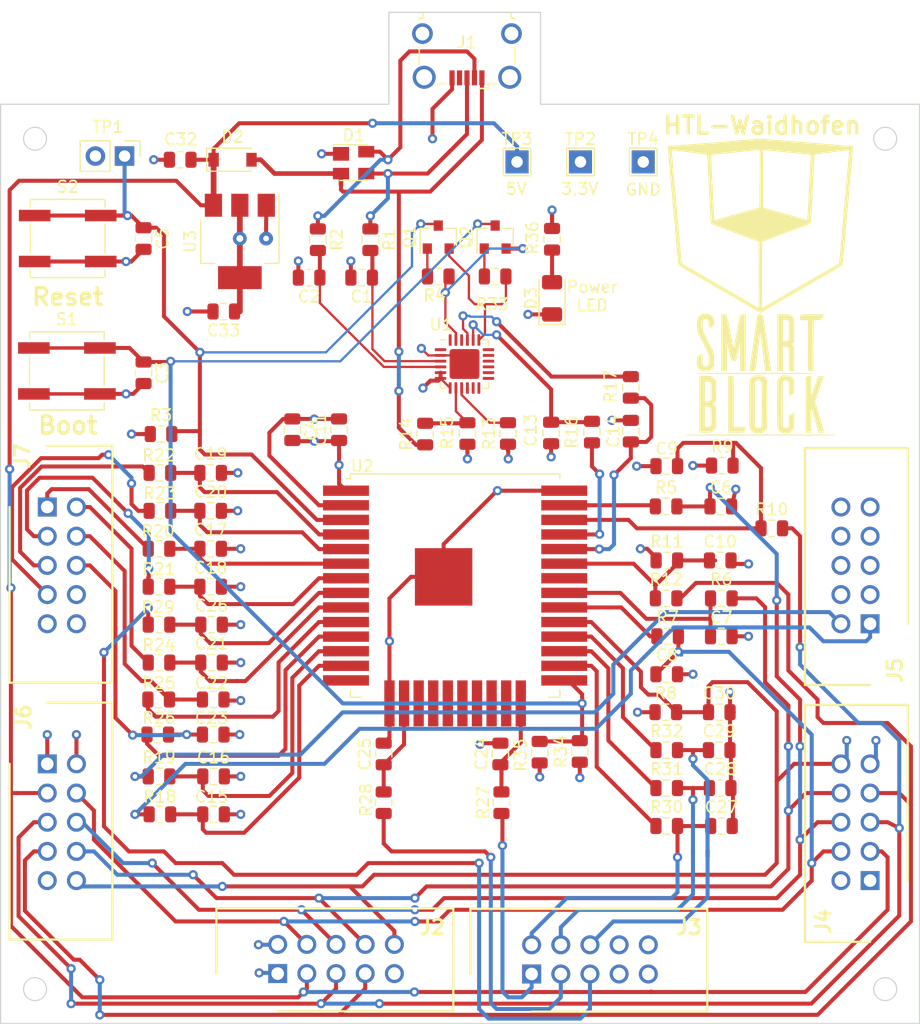
<source format=kicad_pcb>
(kicad_pcb (version 20171130) (host pcbnew "(5.0.0)")
  (layers (0 F.Cu signal) (1 GND power hide) (2 3,3V power hide) (31 B.Cu signal) (34 B.Paste user) (35 F.Paste user) (36 B.SilkS user) (37 F.SilkS user) (38 B.Mask user hide) (39 F.Mask user) (44 Edge.Cuts user))
  (net 0 "")
  (net 1 "Net-(C13-Pad1)")
  (net 2 /RXD)
  (net 3 /USB1_DN)
  (net 4 "Net-(D1-Pad4)")
  (net 5 "Net-(R14-Pad2)")
  (net 6 GND)
  (net 7 +5V)
  (net 8 "Net-(R13-Pad2)")
  (net 9 /SDA)
  (net 10 /SDA_Raw)
  (net 11 +3V3)
  (net 12 /SCL)
  (net 13 /SCL_Raw)
  (net 14 /IO27)
  (net 15 "Net-(J5-Pad2)")
  (net 16 /VSPI_CLK_Raw)
  (net 17 /VSPI_CLK)
  (net 18 /VSPI_MISO)
  (net 19 /VSPI_MISO_Raw)
  (net 20 /VSPI_MOSI_Raw)
  (net 21 /VSPI_MOSI)
  (net 22 IO0)
  (net 23 /USB1_DP)
  (net 24 "Net-(D1-Pad3)")
  (net 25 /IO25)
  (net 26 "Net-(C22-Pad1)")
  (net 27 "Net-(J5-Pad1)")
  (net 28 /IO14)
  (net 29 /IO17)
  (net 30 "Net-(C29-Pad1)")
  (net 31 "Net-(C28-Pad1)")
  (net 32 /IO16)
  (net 33 /IO4)
  (net 34 "Net-(C27-Pad1)")
  (net 35 "Net-(J3-Pad5)")
  (net 36 /IO32)
  (net 37 /IO13)
  (net 38 "Net-(J3-Pad3)")
  (net 39 "Net-(J3-Pad1)")
  (net 40 /IO2)
  (net 41 /IO26)
  (net 42 "Net-(C23-Pad1)")
  (net 43 /TXD)
  (net 44 "Net-(R17-Pad1)")
  (net 45 /IO33)
  (net 46 "Net-(J7-Pad2)")
  (net 47 "Net-(J7-Pad7)")
  (net 48 /IO39)
  (net 49 /IO36)
  (net 50 "Net-(J7-Pad5)")
  (net 51 "Net-(J7-Pad3)")
  (net 52 /IO35)
  (net 53 /IO34)
  (net 54 "Net-(J7-Pad1)")
  (net 55 /VSPI_CS)
  (net 56 "Net-(U1-Pad1)")
  (net 57 "Net-(U1-Pad10)")
  (net 58 "Net-(U1-Pad11)")
  (net 59 "Net-(U1-Pad12)")
  (net 60 "Net-(U1-Pad13)")
  (net 61 "Net-(U1-Pad14)")
  (net 62 "Net-(U1-Pad15)")
  (net 63 "Net-(U1-Pad16)")
  (net 64 "Net-(U1-Pad17)")
  (net 65 "Net-(U1-Pad18)")
  (net 66 "Net-(U1-Pad22)")
  (net 67 "Net-(U1-Pad24)")
  (net 68 "Net-(U2-Pad32)")
  (net 69 "Net-(U2-Pad23)")
  (net 70 "Net-(U2-Pad22)")
  (net 71 "Net-(U2-Pad21)")
  (net 72 "Net-(U2-Pad20)")
  (net 73 "Net-(U2-Pad19)")
  (net 74 "Net-(U2-Pad18)")
  (net 75 "Net-(U2-Pad17)")
  (net 76 "Net-(J1-Pad4)")
  (net 77 "Net-(J1-Pad6)")
  (net 78 "Net-(J6-Pad9)")
  (net 79 "Net-(J4-Pad9)")
  (net 80 "Net-(J2-Pad9)")
  (net 81 "Net-(J7-Pad8)")
  (net 82 /DTR)
  (net 83 "Net-(Q1-Pad1)")
  (net 84 EN)
  (net 85 "Net-(Q2-Pad1)")
  (net 86 /RTS)
  (net 87 /IO12)
  (net 88 VBUS)
  (net 89 "Net-(D3-Pad2)")
  (module Connector_IDC:SHDR10W64P254X254_2X5_2032X880X915P (layer F.Cu) (at 201.092 109.652 90)
    (fp_text reference J5 (at -4.052 2.16 90) (layer F.SilkS) (effects (font (size 1.27 1.27) (thickness 0.254))))
    (fp_text value Conn_Rechts hide)
    (pad 1 thru_hole rect (at 0 0 90) (size 1.65 1.65) (drill 1.1) (layers *.Cu *.Mask) (net 27 "Net-(J5-Pad1)"))
    (pad 2 thru_hole circle (at 0 -2.54 90) (size 1.65 1.65) (drill 1.1) (layers *.Cu *.Mask) (net 15 "Net-(J5-Pad2)"))
    (pad 3 thru_hole circle (at 2.54 0 90) (size 1.65 1.65) (drill 1.1) (layers *.Cu *.Mask))
    (pad 4 thru_hole circle (at 2.54 -2.54 90) (size 1.65 1.65) (drill 1.1) (layers *.Cu *.Mask))
    (pad 5 thru_hole circle (at 5.08 0 90) (size 1.65 1.65) (drill 1.1) (layers *.Cu *.Mask))
    (pad 6 thru_hole circle (at 5.08 -2.54 90) (size 1.65 1.65) (drill 1.1) (layers *.Cu *.Mask))
    (pad 7 thru_hole circle (at 7.62 0 90) (size 1.65 1.65) (drill 1.1) (layers *.Cu *.Mask))
    (pad 8 thru_hole circle (at 7.62 -2.54 90) (size 1.65 1.65) (drill 1.1) (layers *.Cu *.Mask))
    (pad 9 thru_hole circle (at 10.16 0 90) (size 1.65 1.65) (drill 1.1) (layers *.Cu *.Mask))
    (pad 10 thru_hole circle (at 10.16 -2.54 90) (size 1.65 1.65) (drill 1.1) (layers *.Cu *.Mask))
  )
  (module Connector_IDC:SHDR10W64P254X254_2X5_2032X880X915P (layer F.Cu) (at 171.628 140.132)
    (fp_text reference J3 (at 13.716 -4.064) (layer F.SilkS) (effects (font (size 1.27 1.27) (thickness 0.254))))
    (fp_text value Connector_Front hide)
    (pad 10 thru_hole circle (at 10.16 -2.54) (size 1.65 1.65) (drill 1.1) (layers *.Cu *.Mask))
    (pad 9 thru_hole circle (at 10.16 0) (size 1.65 1.65) (drill 1.1) (layers *.Cu *.Mask))
    (pad 8 thru_hole circle (at 7.62 -2.54) (size 1.65 1.65) (drill 1.1) (layers *.Cu *.Mask))
    (pad 7 thru_hole circle (at 7.62 0) (size 1.65 1.65) (drill 1.1) (layers *.Cu *.Mask))
    (pad 6 thru_hole circle (at 5.08 -2.54) (size 1.65 1.65) (drill 1.1) (layers *.Cu *.Mask) (net 30 "Net-(C29-Pad1)"))
    (pad 5 thru_hole circle (at 5.08 0) (size 1.65 1.65) (drill 1.1) (layers *.Cu *.Mask) (net 35 "Net-(J3-Pad5)"))
    (pad 4 thru_hole circle (at 2.54 -2.54) (size 1.65 1.65) (drill 1.1) (layers *.Cu *.Mask) (net 31 "Net-(C28-Pad1)"))
    (pad 3 thru_hole circle (at 2.54 0) (size 1.65 1.65) (drill 1.1) (layers *.Cu *.Mask) (net 38 "Net-(J3-Pad3)"))
    (pad 2 thru_hole circle (at 0 -2.54) (size 1.65 1.65) (drill 1.1) (layers *.Cu *.Mask) (net 34 "Net-(C27-Pad1)"))
    (pad 1 thru_hole rect (at 0 0) (size 1.65 1.65) (drill 1.1) (layers *.Cu *.Mask) (net 39 "Net-(J3-Pad1)"))
  )
  (module Connector_PinHeader_2.54mm:PinHeader_1x02_P2.54mm_Vertical (layer F.Cu) (at 136.195 68.9485 270)
    (fp_text reference TP1 (at -2.54 1.4605) (layer F.SilkS))
    (fp_text value "Externer Reset")
    (pad 1 thru_hole rect (at 0 0 270) (size 1.7 1.7) (drill 1) (layers *.Cu *.Mask) (net 84 EN))
    (pad 2 thru_hole oval (at 0 2.54 270) (size 1.7 1.7) (drill 1) (layers *.Cu *.Mask) (net 6 GND))
  )
  (module LED_SMD:LED_1206_3216Metric (layer F.Cu) (at 173.406 81.328 90)
    (fp_text reference D3 (at 0 -1.82 90) (layer F.SilkS))
    (fp_text value "Led Spannung")
    (pad 1 smd roundrect (at -1.4 0 90) (size 1.25 1.75) (layers F.Cu F.Paste F.Mask) (roundrect_rratio 0.2) (net 6 GND))
    (pad 2 smd roundrect (at 1.4 0 90) (size 1.25 1.75) (layers F.Cu F.Paste F.Mask) (roundrect_rratio 0.2) (net 89 "Net-(D3-Pad2)"))
  )
  (module Resistor_SMD:R_0805_2012Metric (layer F.Cu) (at 175.819 120.7645 90)
    (fp_text reference R34 (at 0 -1.65 90) (layer F.SilkS))
    (fp_text value 10K)
    (pad 1 smd roundrect (at -0.9375 0 90) (size 0.975 1.4) (layers F.Cu F.Paste F.Mask) (net 11 +3V3))
    (pad 2 smd roundrect (at 0.9375 0 90) (size 0.975 1.4) (layers F.Cu F.Paste F.Mask) (net 22 IO0))
  )
  (module Resistor_SMD:R_0805_2012Metric (layer F.Cu) (at 172.3265 120.828 270)
    (fp_text reference R35 (at 0.254 1.651 270) (layer F.SilkS))
    (fp_text value "1M NC")
    (pad 2 smd roundrect (at 0.9375 0 270) (size 0.975 1.4) (layers F.Cu F.Paste F.Mask) (net 6 GND))
    (pad 1 smd roundrect (at -0.9375 0 270) (size 0.975 1.4) (layers F.Cu F.Paste F.Mask) (net 22 IO0))
  )
  (module Resistor_SMD:R_0805_2012Metric (layer F.Cu) (at 173.406 76.1875 270)
    (fp_text reference R36 (at -0.127 1.7145 270) (layer F.SilkS))
    (fp_text value 300R)
    (pad 1 smd roundrect (at -0.9375 0 270) (size 0.975 1.4) (layers F.Cu F.Paste F.Mask) (net 11 +3V3))
    (pad 2 smd roundrect (at 0.9375 0 270) (size 0.975 1.4) (layers F.Cu F.Paste F.Mask) (net 89 "Net-(D3-Pad2)"))
  )
  (module TestPoint:TestPoint_THTPad_2.0x2.0mm_Drill1.0mm (layer F.Cu) (at 175.8825 69.4565)
    (fp_text reference TP2 (at 0 -1.998) (layer F.SilkS))
    (fp_text value "TestPoint 5V")
    (pad 1 thru_hole rect (at 0 0) (size 2 2) (drill 1) (layers *.Cu *.Mask) (net 11 +3V3))
  )
  (module TestPoint:TestPoint_THTPad_2.0x2.0mm_Drill1.0mm (layer F.Cu) (at 170.358 69.4565)
    (fp_text reference TP3 (at 0 -1.998) (layer F.SilkS))
    (fp_text value "TestPoint 3,3V")
    (pad 1 thru_hole rect (at 0 0) (size 2 2) (drill 1) (layers *.Cu *.Mask) (net 7 +5V))
  )
  (module TestPoint:TestPoint_THTPad_2.0x2.0mm_Drill1.0mm (layer F.Cu) (at 181.3435 69.4565)
    (fp_text reference TP4 (at 0 -1.998) (layer F.SilkS))
    (fp_text value "TestPoint GND")
    (pad 1 thru_hole rect (at 0 0) (size 2 2) (drill 1) (layers *.Cu *.Mask) (net 6 GND))
  )
  (module Capacitor_SMD:C_0805_2012Metric (layer F.Cu) (at 141.036 69.266 180)
    (fp_text reference C32 (at -0.0485 1.778 180) (layer F.SilkS))
    (fp_text value 1uF)
    (pad 1 smd roundrect (at -0.9375 0 180) (size 0.975 1.4) (layers F.Cu F.Paste F.Mask) (net 7 +5V))
    (pad 2 smd roundrect (at 0.9375 0 180) (size 0.975 1.4) (layers F.Cu F.Paste F.Mask) (net 6 GND))
  )
  (module Capacitor_SMD:C_0805_2012Metric (layer F.Cu) (at 144.828 82.474 180)
    (fp_text reference C33 (at 0 -1.65 180) (layer F.SilkS))
    (fp_text value 1uF)
    (pad 2 smd roundrect (at 0.9375 0 180) (size 0.975 1.4) (layers F.Cu F.Paste F.Mask) (net 6 GND))
    (pad 1 smd roundrect (at -0.9375 0 180) (size 0.975 1.4) (layers F.Cu F.Paste F.Mask) (net 11 +3V3))
  )
  (module Capacitor_SMD:C_0805_2012Metric (layer F.Cu) (at 154.864 92.761 90)
    (fp_text reference C11 (at 0 -1.65 90) (layer F.SilkS))
    (fp_text value 1uF)
    (pad 1 smd roundrect (at -0.9375 0 90) (size 0.975 1.4) (layers F.Cu F.Paste F.Mask) (net 6 GND))
    (pad 2 smd roundrect (at 0.9375 0 90) (size 0.975 1.4) (layers F.Cu F.Paste F.Mask) (net 11 +3V3))
  )
  (module Capacitor_SMD:C_0805_2012Metric (layer F.Cu) (at 150.8 92.761 270)
    (fp_text reference C4 (at 0 -1.65 270) (layer F.SilkS))
    (fp_text value 1uF)
    (pad 2 smd roundrect (at 0.9375 0 270) (size 0.975 1.4) (layers F.Cu F.Paste F.Mask) (net 6 GND))
    (pad 1 smd roundrect (at -0.9375 0 270) (size 0.975 1.4) (layers F.Cu F.Paste F.Mask) (net 11 +3V3))
  )
  (module Capacitor_SMD:C_0805_2012Metric (layer F.Cu) (at 152.258093 79.527079 180)
    (fp_text reference C2 (at 0 -1.65 180) (layer F.SilkS))
    (fp_text value 47pF)
    (pad 2 smd roundrect (at 0.9375 0 180) (size 0.975 1.4) (layers F.Cu F.Paste F.Mask) (net 6 GND))
    (pad 1 smd roundrect (at -0.9375 0 180) (size 0.975 1.4) (layers F.Cu F.Paste F.Mask) (net 3 /USB1_DN))
  )
  (module Capacitor_SMD:C_0805_2012Metric (layer F.Cu) (at 180.264 92.888 90)
    (fp_text reference C14 (at 0 -1.524 90) (layer F.SilkS))
    (fp_text value 47pF)
    (pad 1 smd roundrect (at -0.9375 0 90) (size 0.975 1.4) (layers F.Cu F.Paste F.Mask) (net 43 /TXD))
    (pad 2 smd roundrect (at 0.9375 0 90) (size 0.975 1.4) (layers F.Cu F.Paste F.Mask) (net 6 GND))
  )
  (module Capacitor_SMD:C_0805_2012Metric (layer F.Cu) (at 173.324 93.0465 270)
    (fp_text reference C13 (at -0.254 1.778 270) (layer F.SilkS))
    (fp_text value 47pF)
    (pad 2 smd roundrect (at 0.9375 0 270) (size 0.975 1.4) (layers F.Cu F.Paste F.Mask) (net 6 GND))
    (pad 1 smd roundrect (at -0.9375 0 270) (size 0.975 1.4) (layers F.Cu F.Paste F.Mask) (net 1 "Net-(C13-Pad1)"))
  )
  (module Capacitor_SMD:C_0805_2012Metric (layer F.Cu) (at 156.830093 79.527079 180)
    (fp_text reference C1 (at 0 -1.65 180) (layer F.SilkS))
    (fp_text value 47pF)
    (pad 1 smd roundrect (at -0.9375 0 180) (size 0.975 1.4) (layers F.Cu F.Paste F.Mask) (net 23 /USB1_DP))
    (pad 2 smd roundrect (at 0.9375 0 180) (size 0.975 1.4) (layers F.Cu F.Paste F.Mask) (net 6 GND))
  )
  (module Diode_SMD:D_SOD-123 (layer F.Cu) (at 145.594 69.266)
    (fp_text reference D2 (at 0 -2) (layer F.SilkS))
    (fp_text value 1N5819HW-7-F)
    (pad 1 smd rect (at -1.65 0) (size 0.9 1.2) (layers F.Cu F.Paste F.Mask) (net 7 +5V))
    (pad 2 smd rect (at 1.65 0) (size 0.9 1.2) (layers F.Cu F.Paste F.Mask) (net 88 VBUS))
  )
  (module Package_DFN_QFN:QFN-24-1EP_4x4mm_P0.5mm_EP2.6x2.6mm (layer F.Cu) (at 165.786 87.046)
    (fp_text reference U1 (at -2.032 -3.429) (layer F.SilkS))
    (fp_text value CP2102N-A01-GQFN24)
    (pad 24 smd roundrect (at -1.25 -2.0875) (size 0.25 1) (layers F.Cu F.Paste F.Mask) (net 67 "Net-(U1-Pad24)"))
    (pad 23 smd roundrect (at -0.75 -2.0875) (size 0.25 1) (layers F.Cu F.Paste F.Mask) (net 82 /DTR))
    (pad 22 smd roundrect (at -0.25 -2.0875) (size 0.25 1) (layers F.Cu F.Paste F.Mask) (net 66 "Net-(U1-Pad22)"))
    (pad 21 smd roundrect (at 0.25 -2.0875) (size 0.25 1) (layers F.Cu F.Paste F.Mask) (net 44 "Net-(R17-Pad1)"))
    (pad 20 smd roundrect (at 0.75 -2.0875) (size 0.25 1) (layers F.Cu F.Paste F.Mask) (net 1 "Net-(C13-Pad1)"))
    (pad 19 smd roundrect (at 1.25 -2.0875) (size 0.25 1) (layers F.Cu F.Paste F.Mask) (net 86 /RTS))
    (pad 18 smd roundrect (at 2.0875 -1.25) (size 1 0.25) (layers F.Cu F.Paste F.Mask) (net 65 "Net-(U1-Pad18)"))
    (pad 17 smd roundrect (at 2.0875 -0.75) (size 1 0.25) (layers F.Cu F.Paste F.Mask) (net 64 "Net-(U1-Pad17)"))
    (pad 16 smd roundrect (at 2.0875 -0.25) (size 1 0.25) (layers F.Cu F.Paste F.Mask) (net 63 "Net-(U1-Pad16)"))
    (pad 15 smd roundrect (at 2.0875 0.25) (size 1 0.25) (layers F.Cu F.Paste F.Mask) (net 62 "Net-(U1-Pad15)"))
    (pad 14 smd roundrect (at 2.0875 0.75) (size 1 0.25) (layers F.Cu F.Paste F.Mask) (net 61 "Net-(U1-Pad14)"))
    (pad 13 smd roundrect (at 2.0875 1.25) (size 1 0.25) (layers F.Cu F.Paste F.Mask) (net 60 "Net-(U1-Pad13)"))
    (pad 12 smd roundrect (at 1.25 2.0875) (size 0.25 1) (layers F.Cu F.Paste F.Mask) (net 59 "Net-(U1-Pad12)"))
    (pad 11 smd roundrect (at 0.75 2.0875) (size 0.25 1) (layers F.Cu F.Paste F.Mask) (net 58 "Net-(U1-Pad11)"))
    (pad 10 smd roundrect (at 0.25 2.0875) (size 0.25 1) (layers F.Cu F.Paste F.Mask) (net 57 "Net-(U1-Pad10)"))
    (pad 9 smd roundrect (at -0.25 2.0875) (size 0.25 1) (layers F.Cu F.Paste F.Mask) (net 8 "Net-(R13-Pad2)"))
    (pad 8 smd roundrect (at -0.75 2.0875) (size 0.25 1) (layers F.Cu F.Paste F.Mask) (net 5 "Net-(R14-Pad2)"))
    (pad 7 smd roundrect (at -1.25 2.0875) (size 0.25 1) (layers F.Cu F.Paste F.Mask) (net 11 +3V3))
    (pad 6 smd roundrect (at -2.0875 1.25) (size 1 0.25) (layers F.Cu F.Paste F.Mask) (net 11 +3V3))
    (pad 5 smd roundrect (at -2.0875 0.75) (size 1 0.25) (layers F.Cu F.Paste F.Mask) (net 11 +3V3))
    (pad 4 smd roundrect (at -2.0875 0.25) (size 1 0.25) (layers F.Cu F.Paste F.Mask) (net 3 /USB1_DN))
    (pad 3 smd roundrect (at -2.0875 -0.25) (size 1 0.25) (layers F.Cu F.Paste F.Mask) (net 23 /USB1_DP))
    (pad 2 smd roundrect (at -2.0875 -0.75) (size 1 0.25) (layers F.Cu F.Paste F.Mask) (net 6 GND))
    (pad 1 smd roundrect (at -2.0875 -1.25) (size 1 0.25) (layers F.Cu F.Paste F.Mask) (net 56 "Net-(U1-Pad1)"))
    (pad 25 smd roundrect (at 0 0) (size 2.6 2.6) (layers F.Cu F.Mask) (roundrect_rratio 0.096154) (net 6 GND))
  )
  (module Package_TO_SOT_SMD:SOT-143 (layer F.Cu) (at 156.134 69.52)
    (fp_text reference D1 (at 0.02 -2.38) (layer F.SilkS))
    (fp_text value SP0503BAHT)
    (pad 1 smd rect (at -1.1 -0.77 270) (size 1.2 1.4) (layers F.Cu F.Paste F.Mask) (net 6 GND))
    (pad 2 smd rect (at -1.1 0.95 270) (size 1 1.4) (layers F.Cu F.Paste F.Mask) (net 88 VBUS))
    (pad 3 smd rect (at 1.1 0.95 270) (size 1 1.4) (layers F.Cu F.Paste F.Mask) (net 24 "Net-(D1-Pad3)"))
    (pad 4 smd rect (at 1.1 -0.95 270) (size 1 1.4) (layers F.Cu F.Paste F.Mask) (net 4 "Net-(D1-Pad4)"))
  )
  (module Package_TO_SOT_SMD:SOT-23 (layer F.Cu) (at 168.453 75.997 90)
    (fp_text reference Q2 (at 0 -2.5 90) (layer F.SilkS))
    (fp_text value BC817)
    (pad 3 smd rect (at 1 0 90) (size 0.9 0.8) (layers F.Cu F.Paste F.Mask) (net 22 IO0))
    (pad 2 smd rect (at -1 0.95 90) (size 0.9 0.8) (layers F.Cu F.Paste F.Mask) (net 82 /DTR))
    (pad 1 smd rect (at -1 -0.95 90) (size 0.9 0.8) (layers F.Cu F.Paste F.Mask) (net 85 "Net-(Q2-Pad1)"))
  )
  (module Package_TO_SOT_SMD:SOT-23 (layer F.Cu) (at 163.5 75.997 90)
    (fp_text reference Q1 (at 0 -2.5 90) (layer F.SilkS))
    (fp_text value BC817)
    (pad 1 smd rect (at -1 -0.95 90) (size 0.9 0.8) (layers F.Cu F.Paste F.Mask) (net 83 "Net-(Q1-Pad1)"))
    (pad 2 smd rect (at -1 0.95 90) (size 0.9 0.8) (layers F.Cu F.Paste F.Mask) (net 86 /RTS))
    (pad 3 smd rect (at 1 0 90) (size 0.9 0.8) (layers F.Cu F.Paste F.Mask) (net 84 EN))
  )
  (module Resistor_SMD:R_0805_2012Metric (layer F.Cu) (at 139.37 93.142)
    (fp_text reference R3 (at 0 -1.65) (layer F.SilkS))
    (fp_text value 10K)
    (pad 2 smd roundrect (at 0.9375 0) (size 0.975 1.4) (layers F.Cu F.Paste F.Mask) (net 84 EN))
    (pad 1 smd roundrect (at -0.9375 0) (size 0.975 1.4) (layers F.Cu F.Paste F.Mask) (net 11 +3V3))
  )
  (module Resistor_SMD:R_0805_2012Metric (layer F.Cu) (at 168.453 79.426)
    (fp_text reference R33 (at -0.254 2.413) (layer F.SilkS))
    (fp_text value 10K)
    (pad 1 smd roundrect (at -0.9375 0) (size 0.975 1.4) (layers F.Cu F.Paste F.Mask) (net 85 "Net-(Q2-Pad1)"))
    (pad 2 smd roundrect (at 0.9375 0) (size 0.975 1.4) (layers F.Cu F.Paste F.Mask) (net 86 /RTS))
  )
  (module Resistor_SMD:R_0805_2012Metric (layer F.Cu) (at 153.020093 76.225079 270)
    (fp_text reference R2 (at 0 -1.65 270) (layer F.SilkS))
    (fp_text value 22R)
    (pad 2 smd roundrect (at 0.9375 0 270) (size 0.975 1.4) (layers F.Cu F.Paste F.Mask) (net 3 /USB1_DN))
    (pad 1 smd roundrect (at -0.9375 0 270) (size 0.975 1.4) (layers F.Cu F.Paste F.Mask) (net 4 "Net-(D1-Pad4)"))
  )
  (module Resistor_SMD:R_0805_2012Metric (layer F.Cu) (at 157.592093 76.225079 270)
    (fp_text reference R1 (at 0 -1.65 270) (layer F.SilkS))
    (fp_text value 22R)
    (pad 1 smd roundrect (at -0.9375 0 270) (size 0.975 1.4) (layers F.Cu F.Paste F.Mask) (net 24 "Net-(D1-Pad3)"))
    (pad 2 smd roundrect (at 0.9375 0 270) (size 0.975 1.4) (layers F.Cu F.Paste F.Mask) (net 23 /USB1_DP))
  )
  (module Resistor_SMD:R_0805_2012Metric (layer F.Cu) (at 163.5 79.426)
    (fp_text reference R4 (at -0.320001 1.651) (layer F.SilkS))
    (fp_text value 10K)
    (pad 2 smd roundrect (at 0.9375 0) (size 0.975 1.4) (layers F.Cu F.Paste F.Mask) (net 82 /DTR))
    (pad 1 smd roundrect (at -0.9375 0) (size 0.975 1.4) (layers F.Cu F.Paste F.Mask) (net 83 "Net-(Q1-Pad1)"))
  )
  (module Resistor_SMD:R_0805_2012Metric (layer F.Cu) (at 169.57 93.0925 90)
    (fp_text reference R13 (at 0 -1.65 90) (layer F.SilkS))
    (fp_text value 2K)
    (pad 1 smd roundrect (at -0.9375 0 90) (size 0.975 1.4) (layers F.Cu F.Paste F.Mask) (net 11 +3V3))
    (pad 2 smd roundrect (at 0.9375 0 90) (size 0.975 1.4) (layers F.Cu F.Paste F.Mask) (net 8 "Net-(R13-Pad2)"))
  )
  (module Resistor_SMD:R_0805_2012Metric (layer F.Cu) (at 162.357 93.142 90)
    (fp_text reference R14 (at 0 -1.65 90) (layer F.SilkS))
    (fp_text value 22,1K)
    (pad 2 smd roundrect (at 0.9375 0 90) (size 0.975 1.4) (layers F.Cu F.Paste F.Mask) (net 5 "Net-(R14-Pad2)"))
    (pad 1 smd roundrect (at -0.9375 0 90) (size 0.975 1.4) (layers F.Cu F.Paste F.Mask) (net 88 VBUS))
  )
  (module Resistor_SMD:R_0805_2012Metric (layer F.Cu) (at 166.04 93.0935 270)
    (fp_text reference R15 (at -0.0785 1.778 270) (layer F.SilkS))
    (fp_text value 47,5k)
    (pad 1 smd roundrect (at -0.9375 0 270) (size 0.975 1.4) (layers F.Cu F.Paste F.Mask) (net 5 "Net-(R14-Pad2)"))
    (pad 2 smd roundrect (at 0.9375 0 270) (size 0.975 1.4) (layers F.Cu F.Paste F.Mask) (net 6 GND))
  )
  (module Resistor_SMD:R_0805_2012Metric (layer F.Cu) (at 176.88 92.968 270)
    (fp_text reference R16 (at 0 1.778 270) (layer F.SilkS))
    (fp_text value R47)
    (pad 2 smd roundrect (at 0.9375 0 270) (size 0.975 1.4) (layers F.Cu F.Paste F.Mask) (net 2 /RXD))
    (pad 1 smd roundrect (at -0.9375 0 270) (size 0.975 1.4) (layers F.Cu F.Paste F.Mask) (net 1 "Net-(C13-Pad1)"))
  )
  (module Resistor_SMD:R_0805_2012Metric (layer F.Cu) (at 180.264 89.078 270)
    (fp_text reference R17 (at -0.0785 1.778 270) (layer F.SilkS))
    (fp_text value R47)
    (pad 1 smd roundrect (at -0.9375 0 270) (size 0.975 1.4) (layers F.Cu F.Paste F.Mask) (net 44 "Net-(R17-Pad1)"))
    (pad 2 smd roundrect (at 0.9375 0 270) (size 0.975 1.4) (layers F.Cu F.Paste F.Mask) (net 43 /TXD))
  )
  (module Button_Switch_SMD:SW_SPST_B3SL-1002P (layer F.Cu) (at 131.172 87.648)
    (fp_text reference S1 (at 0 -4.5) (layer F.SilkS))
    (fp_text value "BOOT Option")
    (pad 2 smd rect (at -2.875 2) (size 2.75 1) (layers F.Cu F.Paste F.Mask) (net 6 GND))
    (pad 2 smd rect (at 2.875 2) (size 2.75 1) (layers F.Cu F.Paste F.Mask) (net 6 GND))
    (pad 1 smd rect (at 2.875 -2) (size 2.75 1) (layers F.Cu F.Paste F.Mask) (net 22 IO0))
    (pad 1 smd rect (at -2.875 -2) (size 2.75 1) (layers F.Cu F.Paste F.Mask) (net 22 IO0))
  )
  (module Package_TO_SOT_SMD:SOT-223-3_TabPin2 (layer F.Cu) (at 146.228 76.378 270)
    (fp_text reference U3 (at 0 4.318 90) (layer F.SilkS))
    (fp_text value AMS1117-3.3)
    (pad 2 smd rect (at 3.15 0 270) (size 2 3.8) (layers F.Cu F.Paste F.Mask) (net 11 +3V3))
    (pad 2 smd rect (at -3.15 0 270) (size 2 1.5) (layers F.Cu F.Paste F.Mask) (net 11 +3V3))
    (pad 3 smd rect (at -3.15 2.3 270) (size 2 1.5) (layers F.Cu F.Paste F.Mask) (net 7 +5V))
    (pad 1 smd rect (at -3.15 -2.3 270) (size 2 1.5) (layers F.Cu F.Paste F.Mask) (net 6 GND))
  )
  (module Connector_USB:USB_Micro-B_Wuerth_629105150521_CircularHoles (layer F.Cu) (at 166 60.24 180)
    (fp_text reference J1 (at 0 1.198 180) (layer F.SilkS))
    (fp_text value Micro-B_Wuerth_629105150521)
    (pad "" np_thru_hole circle (at 2.5 -0.8 180) (size 0.8 0.8) (drill 0.8) (layers *.Cu *.Mask))
    (pad "" np_thru_hole circle (at -2.5 -0.8 180) (size 0.8 0.8) (drill 0.8) (layers *.Cu *.Mask))
    (pad 6 thru_hole circle (at 3.875 1.95 180) (size 1.8 1.8) (drill 1.2) (layers *.Cu *.Mask) (net 77 "Net-(J1-Pad6)"))
    (pad 6 thru_hole circle (at -3.875 1.95 180) (size 1.8 1.8) (drill 1.2) (layers *.Cu *.Mask) (net 77 "Net-(J1-Pad6)"))
    (pad 6 thru_hole circle (at 3.725 -1.85 180) (size 2 2) (drill 1.4) (layers *.Cu *.Mask) (net 77 "Net-(J1-Pad6)"))
    (pad 6 thru_hole circle (at -3.725 -1.85 180) (size 2 2) (drill 1.4) (layers *.Cu *.Mask) (net 77 "Net-(J1-Pad6)"))
    (pad 5 smd rect (at 1.3 -1.9 180) (size 0.45 1.3) (layers F.Cu F.Paste F.Mask) (net 6 GND))
    (pad 4 smd rect (at 0.65 -1.9 180) (size 0.45 1.3) (layers F.Cu F.Paste F.Mask) (net 76 "Net-(J1-Pad4)"))
    (pad 3 smd rect (at 0 -1.9 180) (size 0.45 1.3) (layers F.Cu F.Paste F.Mask) (net 24 "Net-(D1-Pad3)"))
    (pad 2 smd rect (at -0.65 -1.9 180) (size 0.45 1.3) (layers F.Cu F.Paste F.Mask) (net 4 "Net-(D1-Pad4)"))
    (pad 1 smd rect (at -1.3 -1.9 180) (size 0.45 1.3) (layers F.Cu F.Paste F.Mask) (net 88 VBUS))
  )
  (module Capacitor_SMD:C_0805_2012Metric (layer F.Cu) (at 137.846 76.124 270)
    (fp_text reference C5 (at 0 -1.65 270) (layer F.SilkS))
    (fp_text value 0,1nF)
    (pad 2 smd roundrect (at 0.9375 0 270) (size 0.975 1.4) (layers F.Cu F.Paste F.Mask) (net 6 GND))
    (pad 1 smd roundrect (at -0.9375 0 270) (size 0.975 1.4) (layers F.Cu F.Paste F.Mask) (net 84 EN))
  )
  (module Button_Switch_SMD:SW_SPST_B3SL-1002P (layer F.Cu) (at 131.242 76.124)
    (fp_text reference S2 (at 0 -4.5) (layer F.SilkS))
    (fp_text value Reset)
    (pad 1 smd rect (at -2.875 -2) (size 2.75 1) (layers F.Cu F.Paste F.Mask) (net 84 EN))
    (pad 1 smd rect (at 2.875 -2) (size 2.75 1) (layers F.Cu F.Paste F.Mask) (net 84 EN))
    (pad 2 smd rect (at 2.875 2) (size 2.75 1) (layers F.Cu F.Paste F.Mask) (net 6 GND))
    (pad 2 smd rect (at -2.875 2) (size 2.75 1) (layers F.Cu F.Paste F.Mask) (net 6 GND))
  )
  (module Connector_IDC:SHDR10W64P254X254_2X5_2032X880X915P (layer F.Cu) (at 149.520862 140.095843)
    (fp_text reference J2 (at 13.471138 -4.027843) (layer F.SilkS) (effects (font (size 1.27 1.27) (thickness 0.254))))
    (fp_text value ConnectorBUS_Front hide)
    (pad 1 thru_hole rect (at 0 0) (size 1.65 1.65) (drill 1.1) (layers *.Cu *.Mask) (net 11 +3V3))
    (pad 2 thru_hole circle (at 0 -2.54) (size 1.65 1.65) (drill 1.1) (layers *.Cu *.Mask) (net 6 GND))
    (pad 3 thru_hole circle (at 2.54 0) (size 1.65 1.65) (drill 1.1) (layers *.Cu *.Mask) (net 7 +5V))
    (pad 4 thru_hole circle (at 2.54 -2.54) (size 1.65 1.65) (drill 1.1) (layers *.Cu *.Mask) (net 17 /VSPI_CLK))
    (pad 5 thru_hole circle (at 5.08 0) (size 1.65 1.65) (drill 1.1) (layers *.Cu *.Mask) (net 12 /SCL))
    (pad 6 thru_hole circle (at 5.08 -2.54) (size 1.65 1.65) (drill 1.1) (layers *.Cu *.Mask) (net 21 /VSPI_MOSI))
    (pad 7 thru_hole circle (at 7.62 0) (size 1.65 1.65) (drill 1.1) (layers *.Cu *.Mask) (net 9 /SDA))
    (pad 8 thru_hole circle (at 7.62 -2.54) (size 1.65 1.65) (drill 1.1) (layers *.Cu *.Mask) (net 18 /VSPI_MISO))
    (pad 9 thru_hole circle (at 10.16 0) (size 1.65 1.65) (drill 1.1) (layers *.Cu *.Mask) (net 80 "Net-(J2-Pad9)"))
    (pad 10 thru_hole circle (at 10.16 -2.54) (size 1.65 1.65) (drill 1.1) (layers *.Cu *.Mask) (net 55 /VSPI_CS))
  )
  (module Connector_IDC:SHDR10W64P254X254_2X5_2032X880X915P (layer F.Cu) (at 129.464 99.492 270)
    (fp_text reference J7 (at -4.445 2.159 270) (layer F.SilkS) (effects (font (size 1.27 1.27) (thickness 0.254))))
    (fp_text value Connector_Links hide)
    (pad 10 thru_hole circle (at 10.16 -2.54 270) (size 1.65 1.65) (drill 1.1) (layers *.Cu *.Mask))
    (pad 9 thru_hole circle (at 10.16 0 270) (size 1.65 1.65) (drill 1.1) (layers *.Cu *.Mask))
    (pad 8 thru_hole circle (at 7.62 -2.54 270) (size 1.65 1.65) (drill 1.1) (layers *.Cu *.Mask) (net 81 "Net-(J7-Pad8)"))
    (pad 7 thru_hole circle (at 7.62 0 270) (size 1.65 1.65) (drill 1.1) (layers *.Cu *.Mask) (net 47 "Net-(J7-Pad7)"))
    (pad 6 thru_hole circle (at 5.08 -2.54 270) (size 1.65 1.65) (drill 1.1) (layers *.Cu *.Mask) (net 42 "Net-(C23-Pad1)"))
    (pad 5 thru_hole circle (at 5.08 0 270) (size 1.65 1.65) (drill 1.1) (layers *.Cu *.Mask) (net 50 "Net-(J7-Pad5)"))
    (pad 4 thru_hole circle (at 2.54 -2.54 270) (size 1.65 1.65) (drill 1.1) (layers *.Cu *.Mask) (net 26 "Net-(C22-Pad1)"))
    (pad 3 thru_hole circle (at 2.54 0 270) (size 1.65 1.65) (drill 1.1) (layers *.Cu *.Mask) (net 51 "Net-(J7-Pad3)"))
    (pad 2 thru_hole circle (at 0 -2.54 270) (size 1.65 1.65) (drill 1.1) (layers *.Cu *.Mask) (net 46 "Net-(J7-Pad2)"))
    (pad 1 thru_hole rect (at 0 0 270) (size 1.65 1.65) (drill 1.1) (layers *.Cu *.Mask) (net 54 "Net-(J7-Pad1)"))
  )
  (module Connector_IDC:SHDR10W64P254X254_2X5_2032X880X915P (layer F.Cu) (at 201.092 132.004 90)
    (fp_text reference J4 (at -3.556 -4.064 90) (layer F.SilkS) (effects (font (size 1.27 1.27) (thickness 0.254))))
    (fp_text value ConnectorBUS_Rechts hide)
    (pad 10 thru_hole circle (at 10.16 -2.54 90) (size 1.65 1.65) (drill 1.1) (layers *.Cu *.Mask) (net 55 /VSPI_CS))
    (pad 9 thru_hole circle (at 10.16 0 90) (size 1.65 1.65) (drill 1.1) (layers *.Cu *.Mask) (net 79 "Net-(J4-Pad9)"))
    (pad 8 thru_hole circle (at 7.62 -2.54 90) (size 1.65 1.65) (drill 1.1) (layers *.Cu *.Mask) (net 18 /VSPI_MISO))
    (pad 7 thru_hole circle (at 7.62 0 90) (size 1.65 1.65) (drill 1.1) (layers *.Cu *.Mask) (net 9 /SDA))
    (pad 6 thru_hole circle (at 5.08 -2.54 90) (size 1.65 1.65) (drill 1.1) (layers *.Cu *.Mask) (net 21 /VSPI_MOSI))
    (pad 5 thru_hole circle (at 5.08 0 90) (size 1.65 1.65) (drill 1.1) (layers *.Cu *.Mask) (net 12 /SCL))
    (pad 4 thru_hole circle (at 2.54 -2.54 90) (size 1.65 1.65) (drill 1.1) (layers *.Cu *.Mask) (net 17 /VSPI_CLK))
    (pad 3 thru_hole circle (at 2.54 0 90) (size 1.65 1.65) (drill 1.1) (layers *.Cu *.Mask) (net 7 +5V))
    (pad 2 thru_hole circle (at 0 -2.54 90) (size 1.65 1.65) (drill 1.1) (layers *.Cu *.Mask) (net 6 GND))
    (pad 1 thru_hole rect (at 0 0 90) (size 1.65 1.65) (drill 1.1) (layers *.Cu *.Mask) (net 11 +3V3))
  )
  (module Connector_IDC:SHDR10W64P254X254_2X5_2032X880X915P (layer F.Cu) (at 129.464 121.844 270)
    (fp_text reference J6 (at -4.064 2.064 270) (layer F.SilkS) (effects (font (size 1.27 1.27) (thickness 0.254))))
    (fp_text value ConnectorBUS_Links hide)
    (pad 10 thru_hole circle (at 10.16 -2.54 270) (size 1.65 1.65) (drill 1.1) (layers *.Cu *.Mask) (net 55 /VSPI_CS))
    (pad 9 thru_hole circle (at 10.16 0 270) (size 1.65 1.65) (drill 1.1) (layers *.Cu *.Mask) (net 78 "Net-(J6-Pad9)"))
    (pad 8 thru_hole circle (at 7.62 -2.54 270) (size 1.65 1.65) (drill 1.1) (layers *.Cu *.Mask) (net 18 /VSPI_MISO))
    (pad 7 thru_hole circle (at 7.62 0 270) (size 1.65 1.65) (drill 1.1) (layers *.Cu *.Mask) (net 9 /SDA))
    (pad 6 thru_hole circle (at 5.08 -2.54 270) (size 1.65 1.65) (drill 1.1) (layers *.Cu *.Mask) (net 21 /VSPI_MOSI))
    (pad 5 thru_hole circle (at 5.08 0 270) (size 1.65 1.65) (drill 1.1) (layers *.Cu *.Mask) (net 12 /SCL))
    (pad 4 thru_hole circle (at 2.54 -2.54 270) (size 1.65 1.65) (drill 1.1) (layers *.Cu *.Mask) (net 17 /VSPI_CLK))
    (pad 3 thru_hole circle (at 2.54 0 270) (size 1.65 1.65) (drill 1.1) (layers *.Cu *.Mask) (net 7 +5V))
    (pad 2 thru_hole circle (at 0 -2.54 270) (size 1.65 1.65) (drill 1.1) (layers *.Cu *.Mask) (net 6 GND))
    (pad 1 thru_hole rect (at 0 0 270) (size 1.65 1.65) (drill 1.1) (layers *.Cu *.Mask) (net 11 +3V3))
  )
  (module ESP:ESP32-WROOM-32U (layer F.Cu) (at 164.968 106.326)
    (fp_text reference U2 (at -8.072 -10.39 180) (layer F.SilkS))
    (fp_text value EP32-WROOM-32D)
    (pad 39 smd rect (at -1 -0.755) (size 5 5) (layers F.Cu F.Paste F.Mask) (net 6 GND))
    (pad 1 smd rect (at -9.5 -8.255) (size 4 0.9) (layers F.Cu F.Paste F.Mask) (net 6 GND))
    (pad 2 smd rect (at -9.5 -6.985) (size 4 0.9) (layers F.Cu F.Paste F.Mask) (net 11 +3V3))
    (pad 3 smd rect (at -9.5 -5.715) (size 4 0.9) (layers F.Cu F.Paste F.Mask) (net 84 EN))
    (pad 4 smd rect (at -9.5 -4.445) (size 4 0.9) (layers F.Cu F.Paste F.Mask) (net 49 /IO36))
    (pad 5 smd rect (at -9.5 -3.175) (size 4 0.9) (layers F.Cu F.Paste F.Mask) (net 48 /IO39))
    (pad 6 smd rect (at -9.5 -1.905) (size 4 0.9) (layers F.Cu F.Paste F.Mask) (net 53 /IO34))
    (pad 7 smd rect (at -9.5 -0.635) (size 4 0.9) (layers F.Cu F.Paste F.Mask) (net 52 /IO35))
    (pad 8 smd rect (at -9.5 0.635) (size 4 0.9) (layers F.Cu F.Paste F.Mask) (net 36 /IO32))
    (pad 9 smd rect (at -9.5 1.905) (size 4 0.9) (layers F.Cu F.Paste F.Mask) (net 45 /IO33))
    (pad 10 smd rect (at -9.5 3.175) (size 4 0.9) (layers F.Cu F.Paste F.Mask) (net 25 /IO25))
    (pad 11 smd rect (at -9.5 4.445) (size 4 0.9) (layers F.Cu F.Paste F.Mask) (net 41 /IO26))
    (pad 12 smd rect (at -9.5 5.715) (size 4 0.9) (layers F.Cu F.Paste F.Mask) (net 14 /IO27))
    (pad 13 smd rect (at -9.5 6.985) (size 4 0.9) (layers F.Cu F.Paste F.Mask) (net 28 /IO14))
    (pad 14 smd rect (at -9.5 8.255) (size 4 0.9) (layers F.Cu F.Paste F.Mask) (net 87 /IO12))
    (pad 15 smd rect (at -5.715 10.255 270) (size 4 0.9) (layers F.Cu F.Paste F.Mask) (net 6 GND))
    (pad 16 smd rect (at -4.445 10.255 90) (size 4 0.9) (layers F.Cu F.Paste F.Mask) (net 37 /IO13))
    (pad 17 smd rect (at -3.175 10.255 90) (size 4 0.9) (layers F.Cu F.Paste F.Mask) (net 75 "Net-(U2-Pad17)"))
    (pad 18 smd rect (at -1.905 10.255 90) (size 4 0.9) (layers F.Cu F.Paste F.Mask) (net 74 "Net-(U2-Pad18)"))
    (pad 19 smd rect (at -0.635 10.255 90) (size 4 0.9) (layers F.Cu F.Paste F.Mask) (net 73 "Net-(U2-Pad19)"))
    (pad 20 smd rect (at 0.635 10.255 90) (size 4 0.9) (layers F.Cu F.Paste F.Mask) (net 72 "Net-(U2-Pad20)"))
    (pad 21 smd rect (at 1.905 10.255 90) (size 4 0.9) (layers F.Cu F.Paste F.Mask) (net 71 "Net-(U2-Pad21)"))
    (pad 22 smd rect (at 3.175 10.255 90) (size 4 0.9) (layers F.Cu F.Paste F.Mask) (net 70 "Net-(U2-Pad22)"))
    (pad 23 smd rect (at 4.445 10.255 90) (size 4 0.9) (layers F.Cu F.Paste F.Mask) (net 69 "Net-(U2-Pad23)"))
    (pad 24 smd rect (at 5.715 10.255 90) (size 4 0.9) (layers F.Cu F.Paste F.Mask) (net 40 /IO2))
    (pad 25 smd rect (at 9.5 8.255) (size 4 0.9) (layers F.Cu F.Paste F.Mask) (net 22 IO0))
    (pad 26 smd rect (at 9.5 6.985) (size 4 0.9) (layers F.Cu F.Paste F.Mask) (net 33 /IO4))
    (pad 27 smd rect (at 9.5 5.715) (size 4 0.9) (layers F.Cu F.Paste F.Mask) (net 32 /IO16))
    (pad 28 smd rect (at 9.5 4.445) (size 4 0.9) (layers F.Cu F.Paste F.Mask) (net 29 /IO17))
    (pad 29 smd rect (at 9.5 3.175) (size 4 0.9) (layers F.Cu F.Paste F.Mask) (net 55 /VSPI_CS))
    (pad 30 smd rect (at 9.5 1.905) (size 4 0.9) (layers F.Cu F.Paste F.Mask) (net 16 /VSPI_CLK_Raw))
    (pad 31 smd rect (at 9.5 0.635) (size 4 0.9) (layers F.Cu F.Paste F.Mask) (net 19 /VSPI_MISO_Raw))
    (pad 32 smd rect (at 9.5 -0.635) (size 4 0.9) (layers F.Cu F.Paste F.Mask) (net 68 "Net-(U2-Pad32)"))
    (pad 33 smd rect (at 9.5 -1.905) (size 4 0.9) (layers F.Cu F.Paste F.Mask) (net 10 /SDA_Raw))
    (pad 34 smd rect (at 9.5 -3.175) (size 4 0.9) (layers F.Cu F.Paste F.Mask) (net 43 /TXD))
    (pad 35 smd rect (at 9.5 -4.445) (size 4 0.9) (layers F.Cu F.Paste F.Mask) (net 2 /RXD))
    (pad 36 smd rect (at 9.5 -5.715) (size 4 0.9) (layers F.Cu F.Paste F.Mask) (net 13 /SCL_Raw))
    (pad 37 smd rect (at 9.5 -6.985) (size 4 0.9) (layers F.Cu F.Paste F.Mask) (net 20 /VSPI_MOSI_Raw))
    (pad 38 smd rect (at 9.5 -8.255) (size 4 0.9) (layers F.Cu F.Paste F.Mask) (net 6 GND))
  )
  (module Capacitor_SMD:C_0805_2012Metric (layer F.Cu) (at 143.6855 103.124)
    (fp_text reference C17 (at 0 -1.65) (layer F.SilkS))
    (fp_text value 47pF)
    (pad 2 smd roundrect (at 0.9375 0) (size 0.975 1.4) (layers F.Cu F.Paste F.Mask) (net 6 GND))
    (pad 1 smd roundrect (at -0.9375 0) (size 0.975 1.4) (layers F.Cu F.Paste F.Mask) (net 53 /IO34))
  )
  (module Capacitor_SMD:C_0805_2012Metric (layer F.Cu) (at 137.846 87.808 270)
    (fp_text reference C3 (at 0 -1.65 270) (layer F.SilkS))
    (fp_text value 0,1nF)
    (pad 2 smd roundrect (at 0.9375 0 270) (size 0.975 1.4) (layers F.Cu F.Paste F.Mask) (net 6 GND))
    (pad 1 smd roundrect (at -0.9375 0 270) (size 0.975 1.4) (layers F.Cu F.Paste F.Mask) (net 22 IO0))
  )
  (module Capacitor_SMD:C_0805_2012Metric (layer F.Cu) (at 143.6855 96.52)
    (fp_text reference C19 (at 0 -1.65) (layer F.SilkS))
    (fp_text value 47pF)
    (pad 2 smd roundrect (at 0.9375 0) (size 0.975 1.4) (layers F.Cu F.Paste F.Mask) (net 6 GND))
    (pad 1 smd roundrect (at -0.9375 0) (size 0.975 1.4) (layers F.Cu F.Paste F.Mask) (net 49 /IO36))
  )
  (module Capacitor_SMD:C_0805_2012Metric (layer F.Cu) (at 143.6855 99.822)
    (fp_text reference C20 (at 0 -1.65) (layer F.SilkS))
    (fp_text value 47pF)
    (pad 2 smd roundrect (at 0.9375 0) (size 0.975 1.4) (layers F.Cu F.Paste F.Mask) (net 6 GND))
    (pad 1 smd roundrect (at -0.9375 0) (size 0.975 1.4) (layers F.Cu F.Paste F.Mask) (net 48 /IO39))
  )
  (module Capacitor_SMD:C_0805_2012Metric (layer F.Cu) (at 143.764 113.03)
    (fp_text reference C21 (at 0 -1.65) (layer F.SilkS))
    (fp_text value 47pF)
    (pad 2 smd roundrect (at 0.9375 0) (size 0.975 1.4) (layers F.Cu F.Paste F.Mask) (net 6 GND))
    (pad 1 smd roundrect (at -0.9375 0) (size 0.975 1.4) (layers F.Cu F.Paste F.Mask) (net 45 /IO33))
  )
  (module Capacitor_SMD:C_0805_2012Metric (layer F.Cu) (at 143.909795 116.245292)
    (fp_text reference C22 (at -0.145795 -1.437292) (layer F.SilkS))
    (fp_text value 47pF)
    (pad 2 smd roundrect (at 0.9375 0) (size 0.975 1.4) (layers F.Cu F.Paste F.Mask) (net 6 GND))
    (pad 1 smd roundrect (at -0.9375 0) (size 0.975 1.4) (layers F.Cu F.Paste F.Mask) (net 26 "Net-(C22-Pad1)"))
  )
  (module Capacitor_SMD:C_0805_2012Metric (layer F.Cu) (at 143.909795 119.293292)
    (fp_text reference C23 (at -0.145795 -1.437292) (layer F.SilkS))
    (fp_text value 47pF)
    (pad 2 smd roundrect (at 0.9375 0) (size 0.975 1.4) (layers F.Cu F.Paste F.Mask) (net 6 GND))
    (pad 1 smd roundrect (at -0.9375 0) (size 0.975 1.4) (layers F.Cu F.Paste F.Mask) (net 42 "Net-(C23-Pad1)"))
  )
  (module Capacitor_SMD:C_0805_2012Metric (layer F.Cu) (at 168.91 120.9825 90)
    (fp_text reference C24 (at 0 -1.65 90) (layer F.SilkS))
    (fp_text value 47pF)
    (pad 2 smd roundrect (at 0.9375 0 90) (size 0.975 1.4) (layers F.Cu F.Paste F.Mask) (net 6 GND))
    (pad 1 smd roundrect (at -0.9375 0 90) (size 0.975 1.4) (layers F.Cu F.Paste F.Mask) (net 40 /IO2))
  )
  (module Capacitor_SMD:C_0805_2012Metric (layer F.Cu) (at 158.75 120.9825 90)
    (fp_text reference C25 (at 0 -1.65 90) (layer F.SilkS))
    (fp_text value 47pF)
    (pad 2 smd roundrect (at 0.9375 0 90) (size 0.975 1.4) (layers F.Cu F.Paste F.Mask) (net 6 GND))
    (pad 1 smd roundrect (at -0.9375 0 90) (size 0.975 1.4) (layers F.Cu F.Paste F.Mask) (net 37 /IO13))
  )
  (module Capacitor_SMD:C_0805_2012Metric (layer F.Cu) (at 143.764 109.728)
    (fp_text reference C26 (at 0 -1.65) (layer F.SilkS))
    (fp_text value 47pF)
    (pad 2 smd roundrect (at 0.9375 0) (size 0.975 1.4) (layers F.Cu F.Paste F.Mask) (net 6 GND))
    (pad 1 smd roundrect (at -0.9375 0) (size 0.975 1.4) (layers F.Cu F.Paste F.Mask) (net 36 /IO32))
  )
  (module Capacitor_SMD:C_0805_2012Metric (layer F.Cu) (at 188.15 127.254)
    (fp_text reference C27 (at 0 -1.65) (layer F.SilkS))
    (fp_text value 47pF)
    (pad 2 smd roundrect (at 0.9375 0) (size 0.975 1.4) (layers F.Cu F.Paste F.Mask) (net 6 GND))
    (pad 1 smd roundrect (at -0.9375 0) (size 0.975 1.4) (layers F.Cu F.Paste F.Mask) (net 34 "Net-(C27-Pad1)"))
  )
  (module Capacitor_SMD:C_0805_2012Metric (layer F.Cu) (at 188.0385 123.952)
    (fp_text reference C28 (at 0 -1.65) (layer F.SilkS))
    (fp_text value 47pF)
    (pad 2 smd roundrect (at 0.9375 0) (size 0.975 1.4) (layers F.Cu F.Paste F.Mask) (net 6 GND))
    (pad 1 smd roundrect (at -0.9375 0) (size 0.975 1.4) (layers F.Cu F.Paste F.Mask) (net 31 "Net-(C28-Pad1)"))
  )
  (module Capacitor_SMD:C_0805_2012Metric (layer F.Cu) (at 187.96 120.65)
    (fp_text reference C29 (at 0 -1.65) (layer F.SilkS))
    (fp_text value 47pF)
    (pad 2 smd roundrect (at 0.9375 0) (size 0.975 1.4) (layers F.Cu F.Paste F.Mask) (net 6 GND))
    (pad 1 smd roundrect (at -0.9375 0) (size 0.975 1.4) (layers F.Cu F.Paste F.Mask) (net 30 "Net-(C29-Pad1)"))
  )
  (module Capacitor_SMD:C_0805_2012Metric (layer F.Cu) (at 143.9395 122.936)
    (fp_text reference C16 (at 0 -1.65) (layer F.SilkS))
    (fp_text value 47pF)
    (pad 2 smd roundrect (at 0.9375 0) (size 0.975 1.4) (layers F.Cu F.Paste F.Mask) (net 6 GND))
    (pad 1 smd roundrect (at -0.9375 0) (size 0.975 1.4) (layers F.Cu F.Paste F.Mask) (net 14 /IO27))
  )
  (module Capacitor_SMD:C_0805_2012Metric (layer F.Cu) (at 188.1395 110.744)
    (fp_text reference C7 (at 0 -1.65) (layer F.SilkS))
    (fp_text value 47pF)
    (pad 2 smd roundrect (at 0.9375 0) (size 0.975 1.4) (layers F.Cu F.Paste F.Mask) (net 6 GND))
    (pad 1 smd roundrect (at -0.9375 0) (size 0.975 1.4) (layers F.Cu F.Paste F.Mask) (net 19 /VSPI_MISO_Raw))
  )
  (module Capacitor_SMD:C_0805_2012Metric (layer F.Cu) (at 143.9395 126.238)
    (fp_text reference C15 (at -0.1755 -1.524) (layer F.SilkS))
    (fp_text value 47pF)
    (pad 2 smd roundrect (at 0.9375 0) (size 0.975 1.4) (layers F.Cu F.Paste F.Mask) (net 6 GND))
    (pad 1 smd roundrect (at -0.9375 0) (size 0.975 1.4) (layers F.Cu F.Paste F.Mask) (net 28 /IO14))
  )
  (module Capacitor_SMD:C_0805_2012Metric (layer F.Cu) (at 188.0465 104.14)
    (fp_text reference C10 (at 0 -1.65) (layer F.SilkS))
    (fp_text value 47pF)
    (pad 2 smd roundrect (at 0.9375 0) (size 0.975 1.4) (layers F.Cu F.Paste F.Mask) (net 6 GND))
    (pad 1 smd roundrect (at -0.9375 0) (size 0.975 1.4) (layers F.Cu F.Paste F.Mask) (net 10 /SDA_Raw))
  )
  (module Capacitor_SMD:C_0805_2012Metric (layer F.Cu) (at 183.3905 95.936 180)
    (fp_text reference C9 (at 0 1.524 180) (layer F.SilkS))
    (fp_text value 47pF)
    (pad 2 smd roundrect (at 0.9375 0 180) (size 0.975 1.4) (layers F.Cu F.Paste F.Mask) (net 6 GND))
    (pad 1 smd roundrect (at -0.9375 0 180) (size 0.975 1.4) (layers F.Cu F.Paste F.Mask) (net 13 /SCL_Raw))
  )
  (module Capacitor_SMD:C_0805_2012Metric (layer F.Cu) (at 183.388 114.046)
    (fp_text reference C8 (at 0 -1.65) (layer F.SilkS))
    (fp_text value 47pF)
    (pad 2 smd roundrect (at 0.9375 0) (size 0.975 1.4) (layers F.Cu F.Paste F.Mask) (net 6 GND))
    (pad 1 smd roundrect (at -0.9375 0) (size 0.975 1.4) (layers F.Cu F.Paste F.Mask) (net 17 /VSPI_CLK))
  )
  (module Capacitor_SMD:C_0805_2012Metric (layer F.Cu) (at 143.6855 106.426)
    (fp_text reference C18 (at 0 -1.65) (layer F.SilkS))
    (fp_text value 47pF)
    (pad 2 smd roundrect (at 0.9375 0) (size 0.975 1.4) (layers F.Cu F.Paste F.Mask) (net 6 GND))
    (pad 1 smd roundrect (at -0.9375 0) (size 0.975 1.4) (layers F.Cu F.Paste F.Mask) (net 52 /IO35))
  )
  (module Capacitor_SMD:C_0805_2012Metric (layer F.Cu) (at 188.095 99.441)
    (fp_text reference C6 (at 0 -1.65) (layer F.SilkS))
    (fp_text value 47pF)
    (pad 2 smd roundrect (at 0.9375 0) (size 0.975 1.4) (layers F.Cu F.Paste F.Mask) (net 6 GND))
    (pad 1 smd roundrect (at -0.9375 0) (size 0.975 1.4) (layers F.Cu F.Paste F.Mask) (net 21 /VSPI_MOSI))
  )
  (module Capacitor_SMD:C_0805_2012Metric (layer F.Cu) (at 187.9625 117.348)
    (fp_text reference C30 (at 0 -1.65) (layer F.SilkS))
    (fp_text value 47pF)
    (pad 2 smd roundrect (at 0.9375 0) (size 0.975 1.4) (layers F.Cu F.Paste F.Mask) (net 6 GND))
    (pad 1 smd roundrect (at -0.9375 0) (size 0.975 1.4) (layers F.Cu F.Paste F.Mask) (net 55 /VSPI_CS))
  )
  (module Resistor_SMD:R_0805_2012Metric (layer F.Cu) (at 183.3095 117.348)
    (fp_text reference R8 (at 0 -1.65) (layer F.SilkS))
    (fp_text value 10K)
    (pad 2 smd roundrect (at 0.9375 0) (size 0.975 1.4) (layers F.Cu F.Paste F.Mask) (net 55 /VSPI_CS))
    (pad 1 smd roundrect (at -0.9375 0) (size 0.975 1.4) (layers F.Cu F.Paste F.Mask) (net 11 +3V3))
  )
  (module Resistor_SMD:R_0805_2012Metric (layer F.Cu) (at 139.192 103.124 180)
    (fp_text reference R20 (at 0.0785 1.524 180) (layer F.SilkS))
    (fp_text value R47)
    (pad 2 smd roundrect (at 0.9375 0 180) (size 0.975 1.4) (layers F.Cu F.Paste F.Mask) (net 54 "Net-(J7-Pad1)"))
    (pad 1 smd roundrect (at -0.9375 0 180) (size 0.975 1.4) (layers F.Cu F.Paste F.Mask) (net 53 /IO34))
  )
  (module Resistor_SMD:R_0805_2012Metric (layer F.Cu) (at 139.192 106.426 180)
    (fp_text reference R21 (at 0 1.524 180) (layer F.SilkS))
    (fp_text value R47)
    (pad 2 smd roundrect (at 0.9375 0 180) (size 0.975 1.4) (layers F.Cu F.Paste F.Mask) (net 51 "Net-(J7-Pad3)"))
    (pad 1 smd roundrect (at -0.9375 0 180) (size 0.975 1.4) (layers F.Cu F.Paste F.Mask) (net 52 /IO35))
  )
  (module Resistor_SMD:R_0805_2012Metric (layer F.Cu) (at 139.2705 96.52 180)
    (fp_text reference R22 (at 0.0785 1.524 180) (layer F.SilkS))
    (fp_text value R47)
    (pad 2 smd roundrect (at 0.9375 0 180) (size 0.975 1.4) (layers F.Cu F.Paste F.Mask) (net 50 "Net-(J7-Pad5)"))
    (pad 1 smd roundrect (at -0.9375 0 180) (size 0.975 1.4) (layers F.Cu F.Paste F.Mask) (net 49 /IO36))
  )
  (module Resistor_SMD:R_0805_2012Metric (layer F.Cu) (at 139.2705 99.822 180)
    (fp_text reference R23 (at 0 1.524 180) (layer F.SilkS))
    (fp_text value R47)
    (pad 2 smd roundrect (at 0.9375 0 180) (size 0.975 1.4) (layers F.Cu F.Paste F.Mask) (net 47 "Net-(J7-Pad7)"))
    (pad 1 smd roundrect (at -0.9375 0 180) (size 0.975 1.4) (layers F.Cu F.Paste F.Mask) (net 48 /IO39))
  )
  (module Resistor_SMD:R_0805_2012Metric (layer F.Cu) (at 139.192 113.03 180)
    (fp_text reference R24 (at 0 1.524 180) (layer F.SilkS))
    (fp_text value R47)
    (pad 2 smd roundrect (at 0.9375 0 180) (size 0.975 1.4) (layers F.Cu F.Paste F.Mask) (net 46 "Net-(J7-Pad2)"))
    (pad 1 smd roundrect (at -0.9375 0 180) (size 0.975 1.4) (layers F.Cu F.Paste F.Mask) (net 45 /IO33))
  )
  (module Resistor_SMD:R_0805_2012Metric (layer F.Cu) (at 139.083795 119.293292)
    (fp_text reference R26 (at 0.108205 -1.437292) (layer F.SilkS))
    (fp_text value R47)
    (pad 2 smd roundrect (at 0.9375 0) (size 0.975 1.4) (layers F.Cu F.Paste F.Mask) (net 42 "Net-(C23-Pad1)"))
    (pad 1 smd roundrect (at -0.9375 0) (size 0.975 1.4) (layers F.Cu F.Paste F.Mask) (net 41 /IO26))
  )
  (module Resistor_SMD:R_0805_2012Metric (layer F.Cu) (at 169.001637 125.222 270)
    (fp_text reference R27 (at 0 1.615637 270) (layer F.SilkS))
    (fp_text value R47)
    (pad 2 smd roundrect (at 0.9375 0 270) (size 0.975 1.4) (layers F.Cu F.Paste F.Mask) (net 39 "Net-(J3-Pad1)"))
    (pad 1 smd roundrect (at -0.9375 0 270) (size 0.975 1.4) (layers F.Cu F.Paste F.Mask) (net 40 /IO2))
  )
  (module Resistor_SMD:R_0805_2012Metric (layer F.Cu) (at 158.75 125.222 270)
    (fp_text reference R28 (at -0.254 1.524 270) (layer F.SilkS))
    (fp_text value R47)
    (pad 2 smd roundrect (at 0.9375 0 270) (size 0.975 1.4) (layers F.Cu F.Paste F.Mask) (net 38 "Net-(J3-Pad3)"))
    (pad 1 smd roundrect (at -0.9375 0 270) (size 0.975 1.4) (layers F.Cu F.Paste F.Mask) (net 37 /IO13))
  )
  (module Resistor_SMD:R_0805_2012Metric (layer F.Cu) (at 139.192 109.728 180)
    (fp_text reference R29 (at 0.0785 1.524 180) (layer F.SilkS))
    (fp_text value R47)
    (pad 2 smd roundrect (at 0.9375 0 180) (size 0.975 1.4) (layers F.Cu F.Paste F.Mask) (net 35 "Net-(J3-Pad5)"))
    (pad 1 smd roundrect (at -0.9375 0 180) (size 0.975 1.4) (layers F.Cu F.Paste F.Mask) (net 36 /IO32))
  )
  (module Resistor_SMD:R_0805_2012Metric (layer F.Cu) (at 183.388 127.254)
    (fp_text reference R30 (at 0 -1.65) (layer F.SilkS))
    (fp_text value R47)
    (pad 2 smd roundrect (at 0.9375 0) (size 0.975 1.4) (layers F.Cu F.Paste F.Mask) (net 34 "Net-(C27-Pad1)"))
    (pad 1 smd roundrect (at -0.9375 0) (size 0.975 1.4) (layers F.Cu F.Paste F.Mask) (net 33 /IO4))
  )
  (module Resistor_SMD:R_0805_2012Metric (layer F.Cu) (at 183.388 123.952)
    (fp_text reference R31 (at 0 -1.65) (layer F.SilkS))
    (fp_text value R47)
    (pad 2 smd roundrect (at 0.9375 0) (size 0.975 1.4) (layers F.Cu F.Paste F.Mask) (net 31 "Net-(C28-Pad1)"))
    (pad 1 smd roundrect (at -0.9375 0) (size 0.975 1.4) (layers F.Cu F.Paste F.Mask) (net 32 /IO16))
  )
  (module Resistor_SMD:R_0805_2012Metric (layer F.Cu) (at 183.388 120.65)
    (fp_text reference R32 (at 0 -1.65) (layer F.SilkS))
    (fp_text value R47)
    (pad 2 smd roundrect (at 0.9375 0) (size 0.975 1.4) (layers F.Cu F.Paste F.Mask) (net 30 "Net-(C29-Pad1)"))
    (pad 1 smd roundrect (at -0.9375 0) (size 0.975 1.4) (layers F.Cu F.Paste F.Mask) (net 29 /IO17))
  )
  (module Resistor_SMD:R_0805_2012Metric (layer F.Cu) (at 139.2705 126.238 180)
    (fp_text reference R18 (at 0 1.524 180) (layer F.SilkS))
    (fp_text value R47)
    (pad 2 smd roundrect (at 0.9375 0 180) (size 0.975 1.4) (layers F.Cu F.Paste F.Mask) (net 27 "Net-(J5-Pad1)"))
    (pad 1 smd roundrect (at -0.9375 0 180) (size 0.975 1.4) (layers F.Cu F.Paste F.Mask) (net 28 /IO14))
  )
  (module Resistor_SMD:R_0805_2012Metric (layer F.Cu) (at 139.162295 116.245292)
    (fp_text reference R25 (at 0.029705 -1.437292) (layer F.SilkS))
    (fp_text value R47)
    (pad 2 smd roundrect (at 0.9375 0) (size 0.975 1.4) (layers F.Cu F.Paste F.Mask) (net 26 "Net-(C22-Pad1)"))
    (pad 1 smd roundrect (at -0.9375 0) (size 0.975 1.4) (layers F.Cu F.Paste F.Mask) (net 25 /IO25))
  )
  (module Resistor_SMD:R_0805_2012Metric (layer F.Cu) (at 183.3375 99.44)
    (fp_text reference R5 (at 0 -1.65) (layer F.SilkS))
    (fp_text value R47)
    (pad 2 smd roundrect (at 0.9375 0) (size 0.975 1.4) (layers F.Cu F.Paste F.Mask) (net 21 /VSPI_MOSI))
    (pad 1 smd roundrect (at -0.9375 0) (size 0.975 1.4) (layers F.Cu F.Paste F.Mask) (net 20 /VSPI_MOSI_Raw))
  )
  (module Resistor_SMD:R_0805_2012Metric (layer F.Cu) (at 188.1395 107.442)
    (fp_text reference R6 (at 0 -1.65) (layer F.SilkS))
    (fp_text value R47)
    (pad 2 smd roundrect (at 0.9375 0) (size 0.975 1.4) (layers F.Cu F.Paste F.Mask) (net 18 /VSPI_MISO))
    (pad 1 smd roundrect (at -0.9375 0) (size 0.975 1.4) (layers F.Cu F.Paste F.Mask) (net 19 /VSPI_MISO_Raw))
  )
  (module Resistor_SMD:R_0805_2012Metric (layer F.Cu) (at 183.4665 110.744)
    (fp_text reference R7 (at 0 -1.65) (layer F.SilkS))
    (fp_text value R47)
    (pad 2 smd roundrect (at 0.9375 0) (size 0.975 1.4) (layers F.Cu F.Paste F.Mask) (net 17 /VSPI_CLK))
    (pad 1 smd roundrect (at -0.9375 0) (size 0.975 1.4) (layers F.Cu F.Paste F.Mask) (net 16 /VSPI_CLK_Raw))
  )
  (module Resistor_SMD:R_0805_2012Metric (layer F.Cu) (at 139.192 122.936)
    (fp_text reference R19 (at 0 -1.65) (layer F.SilkS))
    (fp_text value R47)
    (pad 2 smd roundrect (at 0.9375 0) (size 0.975 1.4) (layers F.Cu F.Paste F.Mask) (net 14 /IO27))
    (pad 1 smd roundrect (at -0.9375 0) (size 0.975 1.4) (layers F.Cu F.Paste F.Mask) (net 15 "Net-(J5-Pad2)"))
  )
  (module Resistor_SMD:R_0805_2012Metric (layer F.Cu) (at 188.226 95.885)
    (fp_text reference R9 (at 0 -1.65) (layer F.SilkS))
    (fp_text value 4K7)
    (pad 2 smd roundrect (at 0.9375 0) (size 0.975 1.4) (layers F.Cu F.Paste F.Mask) (net 13 /SCL_Raw))
    (pad 1 smd roundrect (at -0.9375 0) (size 0.975 1.4) (layers F.Cu F.Paste F.Mask) (net 11 +3V3))
  )
  (module Resistor_SMD:R_0805_2012Metric (layer F.Cu) (at 192.532 101.346)
    (fp_text reference R10 (at 0 -1.65) (layer F.SilkS))
    (fp_text value R47)
    (pad 2 smd roundrect (at 0.9375 0) (size 0.975 1.4) (layers F.Cu F.Paste F.Mask) (net 12 /SCL))
    (pad 1 smd roundrect (at -0.9375 0) (size 0.975 1.4) (layers F.Cu F.Paste F.Mask) (net 13 /SCL_Raw))
  )
  (module Resistor_SMD:R_0805_2012Metric (layer F.Cu) (at 183.4 104.14)
    (fp_text reference R11 (at 0 -1.65) (layer F.SilkS))
    (fp_text value 4K7)
    (pad 2 smd roundrect (at 0.9375 0) (size 0.975 1.4) (layers F.Cu F.Paste F.Mask) (net 10 /SDA_Raw))
    (pad 1 smd roundrect (at -0.9375 0) (size 0.975 1.4) (layers F.Cu F.Paste F.Mask) (net 11 +3V3))
  )
  (module Resistor_SMD:R_0805_2012Metric (layer F.Cu) (at 183.3375 107.44)
    (fp_text reference R12 (at 0 -1.65) (layer F.SilkS))
    (fp_text value R47)
    (pad 2 smd roundrect (at 0.9375 0) (size 0.975 1.4) (layers F.Cu F.Paste F.Mask) (net 9 /SDA))
    (pad 1 smd roundrect (at -0.9375 0) (size 0.975 1.4) (layers F.Cu F.Paste F.Mask) (net 10 /SDA_Raw))
  )
  (module Symbol:LOGO (layer F.Cu) (at 190.932 80.188)
    (fp_text reference G*** hide)
    (fp_text value LOGO hide)
  )
  (gr_text "Power\nLED" (at 176.8985 81.1405) (layer F.SilkS) (effects (font (size 1 1))))
  (gr_text 5V (at 170.2945 71.806) (layer F.SilkS) (effects (font (size 1 1))))
  (gr_text "GND\n" (at 181.3435 71.8695) (layer F.SilkS) (effects (font (size 1 1))))
  (gr_text 3,3V (at 175.819 71.806) (layer F.SilkS) (effects (font (size 1 1))))
  (gr_line (start 172.4 64.44) (end 205.4 64.44) (layer Edge.Cuts) (width 0.1))
  (gr_line (start 172.4 56.44) (end 159.2 56.44) (layer Edge.Cuts) (width 0.1))
  (gr_line (start 172.4 64.44) (end 172.4 56.44) (layer Edge.Cuts) (width 0.1))
  (gr_line (start 125.4 64.44) (end 159.2 64.44) (layer Edge.Cuts) (width 0.1))
  (gr_line (start 159.2 64.44) (end 159.2 56.44) (layer Edge.Cuts) (width 0.1))
  (gr_text Reset (at 131.242 81.204) (layer F.SilkS) (effects (font (size 1.5 1.5) (thickness 0.3))))
  (gr_text Boot (at 131.242 92.38) (layer F.SilkS) (effects (font (size 1.5 1.5) (thickness 0.3))))
  (gr_circle (center 128.4 141.45) (end 129.4 141.45) (layer Edge.Cuts) (width 0.1))
  (gr_text "HTL-Waidhofen\n\n" (at 191.694 67.488) (layer F.SilkS) (effects (font (size 1.5 1.5) (thickness 0.3))))
  (gr_circle (center 202.41 67.44) (end 203.41 67.44) (layer Edge.Cuts) (width 0.1))
  (gr_circle (center 128.4 67.44) (end 129.4 67.44) (layer Edge.Cuts) (width 0.1))
  (gr_circle (center 202.41 141.45) (end 203.41 141.45) (layer Edge.Cuts) (width 0.1))
  (gr_line (start 125.4 64.44) (end 125.4 144.44) (layer Edge.Cuts) (width 0.1))
  (gr_line (start 125.4 144.44) (end 205.4 144.44) (layer Edge.Cuts) (width 0.1))
  (gr_line (start 205.4 64.44) (end 205.4 144.44) (layer Edge.Cuts) (width 0.1))
  (segment (start 176.8015 92.109) (end 176.88 92.0305) (width 0.2) (layer F.Cu) (net 1))
  (segment (start 173.324 92.109) (end 176.8015 92.109) (width 0.35) (layer F.Cu) (net 1))
  (segment (start 166.536 84.9585) (end 166.536 83.629) (width 0.2) (layer F.Cu) (net 1))
  (segment (start 166.536 83.629) (end 166.536 83.629) (width 0.2) (layer F.Cu) (net 1))
  (via (at 166.536 83.629) (size 0.8) (drill 0.4) (layers F.Cu B.Cu) (net 1))
  (segment (start 166.536 83.629) (end 166.935999 84.028999) (width 0.2) (layer B.Cu) (net 1))
  (via (at 168.58 84.506) (size 0.8) (drill 0.4) (layers F.Cu B.Cu) (net 1))
  (segment (start 167.413 84.506) (end 166.536 83.629) (width 0.2) (layer B.Cu) (net 1))
  (segment (start 168.58 84.506) (end 167.413 84.506) (width 0.2) (layer B.Cu) (net 1))
  (segment (start 173.324 89.25) (end 173.324 92.109) (width 0.35) (layer F.Cu) (net 1))
  (segment (start 168.58 84.506) (end 173.324 89.25) (width 0.35) (layer F.Cu) (net 1))
  (segment (start 174.818 101.881) (end 174.845 101.854) (width 0.35) (layer F.Cu) (net 2))
  (segment (start 173.468 101.881) (end 174.818 101.881) (width 0.35) (layer F.Cu) (net 2))
  (segment (start 174.818 101.881) (end 176.249 101.881) (width 0.35) (layer F.Cu) (net 2))
  (via (at 177.546 101.854) (size 0.8) (drill 0.4) (layers F.Cu B.Cu) (net 2))
  (segment (start 177.519 101.881) (end 177.546 101.854) (width 0.35) (layer F.Cu) (net 2))
  (segment (start 174.468 101.881) (end 177.519 101.881) (width 0.35) (layer F.Cu) (net 2))
  (segment (start 177.546 101.854) (end 177.546 96.622) (width 0.35) (layer B.Cu) (net 2))
  (segment (start 177.546 96.622) (end 177.546 96.622) (width 0.35) (layer B.Cu) (net 2))
  (via (at 177.546 96.622) (size 0.8) (drill 0.4) (layers F.Cu B.Cu) (net 2))
  (segment (start 176.88 95.956) (end 177.546 96.622) (width 0.35) (layer F.Cu) (net 2))
  (segment (start 176.88 93.9055) (end 176.88 95.956) (width 0.35) (layer F.Cu) (net 2))
  (segment (start 153.195593 77.338079) (end 153.020093 77.162579) (width 0.35) (layer F.Cu) (net 3))
  (segment (start 153.195593 79.527079) (end 153.195593 77.338079) (width 0.35) (layer F.Cu) (net 3))
  (segment (start 153.195593 80.327079) (end 153.195593 79.527079) (width 0.2) (layer F.Cu) (net 3))
  (segment (start 153.195593 81.731291) (end 153.195593 80.327079) (width 0.2) (layer F.Cu) (net 3))
  (segment (start 158.760302 87.296) (end 153.195593 81.731291) (width 0.2) (layer F.Cu) (net 3))
  (segment (start 163.6985 87.296) (end 158.760302 87.296) (width 0.2) (layer F.Cu) (net 3))
  (segment (start 153.020093 75.287579) (end 153.020093 74.157907) (width 0.35) (layer F.Cu) (net 4))
  (segment (start 153.020093 74.700079) (end 153.020093 74.157907) (width 0.35) (layer F.Cu) (net 4))
  (segment (start 153.020093 74.157907) (end 153.020093 74.700079) (width 0.35) (layer F.Cu) (net 4))
  (via (at 153.020093 74.157907) (size 0.8) (drill 0.4) (layers F.Cu B.Cu) (net 4))
  (segment (start 153.585778 74.157907) (end 158.477685 69.266) (width 0.35) (layer B.Cu) (net 4))
  (segment (start 153.020093 74.157907) (end 153.585778 74.157907) (width 0.35) (layer B.Cu) (net 4))
  (segment (start 158.477685 69.266) (end 159.182 69.266) (width 0.35) (layer B.Cu) (net 4))
  (segment (start 159.182 69.266) (end 159.182 69.266) (width 0.35) (layer B.Cu) (net 4))
  (via (at 159.12 69.266) (size 0.8) (drill 0.4) (layers F.Cu B.Cu) (net 4))
  (segment (start 158.424 68.57) (end 159.12 69.266) (width 0.35) (layer F.Cu) (net 4))
  (segment (start 157.234 68.57) (end 158.424 68.57) (width 0.35) (layer F.Cu) (net 4))
  (segment (start 160.2 60.64) (end 161 59.84) (width 0.35) (layer F.Cu) (net 4))
  (segment (start 161 59.84) (end 166 59.84) (width 0.35) (layer F.Cu) (net 4))
  (segment (start 166.65 60.49) (end 166.65 62.14) (width 0.35) (layer F.Cu) (net 4))
  (segment (start 166 59.84) (end 166.65 60.49) (width 0.35) (layer F.Cu) (net 4))
  (segment (start 159.12 69.266) (end 160.2 68.186) (width 0.35) (layer F.Cu) (net 4))
  (segment (start 160.2 68.186) (end 160.2 60.64) (width 0.35) (layer F.Cu) (net 4))
  (segment (start 165.9915 92.2045) (end 166.04 92.156) (width 0.2) (layer F.Cu) (net 5))
  (segment (start 162.357 92.2045) (end 165.9915 92.2045) (width 0.35) (layer F.Cu) (net 5))
  (segment (start 165.036 91.152) (end 166.04 92.156) (width 0.2) (layer F.Cu) (net 5))
  (segment (start 165.036 89.1335) (end 165.036 91.152) (width 0.2) (layer F.Cu) (net 5))
  (via (at 167.132 120.142) (size 0.8) (drill 0.4) (layers F.Cu B.Cu) (net 6))
  (via (at 146.304 116.332) (size 0.8) (drill 0.4) (layers F.Cu B.Cu) (net 6))
  (via (at 146.304 113.03) (size 0.8) (drill 0.4) (layers F.Cu B.Cu) (net 6))
  (via (at 146.304 109.728) (size 0.8) (drill 0.4) (layers F.Cu B.Cu) (net 6))
  (via (at 146.304 106.426) (size 0.8) (drill 0.4) (layers F.Cu B.Cu) (net 6))
  (via (at 146.304 103.124) (size 0.8) (drill 0.4) (layers F.Cu B.Cu) (net 6))
  (via (at 146.304 122.936) (size 0.8) (drill 0.4) (layers F.Cu B.Cu) (net 6))
  (segment (start 168.656 98.071) (end 173.468 98.071) (width 0.35) (layer F.Cu) (net 6))
  (segment (start 168.618 98.071) (end 168.656 98.071) (width 0.35) (layer F.Cu) (net 6))
  (segment (start 163.968 102.721) (end 168.618 98.071) (width 0.35) (layer F.Cu) (net 6))
  (segment (start 163.968 105.571) (end 163.968 102.721) (width 0.35) (layer F.Cu) (net 6))
  (via (at 168.656 98.071) (size 0.8) (drill 0.4) (layers F.Cu B.Cu) (net 6))
  (via (at 190.508 104.445) (size 0.8) (drill 0.4) (layers F.Cu B.Cu) (net 6))
  (segment (start 189.077 110.744) (end 190.504 110.744) (width 0.35) (layer F.Cu) (net 6))
  (via (at 190.504 110.744) (size 0.8) (drill 0.4) (layers F.Cu B.Cu) (net 6))
  (via (at 185.674 114.046) (size 0.8) (drill 0.4) (layers F.Cu B.Cu) (net 6))
  (segment (start 188.9 117.348) (end 188.9 115.57) (width 0.35) (layer F.Cu) (net 6))
  (via (at 188.9 115.57) (size 0.8) (drill 0.4) (layers F.Cu B.Cu) (net 6))
  (segment (start 144.623 96.52) (end 146.05 96.52) (width 0.35) (layer F.Cu) (net 6))
  (via (at 146.05 96.52) (size 0.8) (drill 0.4) (layers F.Cu B.Cu) (net 6))
  (segment (start 144.623 99.822) (end 145.2105 99.822) (width 0.35) (layer F.Cu) (net 6))
  (segment (start 144.623 103.124) (end 146.304 103.124) (width 0.35) (layer F.Cu) (net 6))
  (segment (start 144.623 106.426) (end 146.304 106.426) (width 0.35) (layer F.Cu) (net 6))
  (segment (start 144.7015 109.728) (end 146.304 109.728) (width 0.35) (layer F.Cu) (net 6))
  (segment (start 144.7015 113.03) (end 146.304 113.03) (width 0.35) (layer F.Cu) (net 6))
  (segment (start 144.847295 119.293292) (end 146.217292 119.293292) (width 0.35) (layer F.Cu) (net 6))
  (segment (start 144.877 122.936) (end 146.304 122.936) (width 0.35) (layer F.Cu) (net 6))
  (segment (start 144.877 126.238) (end 146.304 126.238) (width 0.35) (layer F.Cu) (net 6))
  (via (at 146.304 126.238) (size 0.8) (drill 0.4) (layers F.Cu B.Cu) (net 6))
  (segment (start 144.934003 116.332) (end 144.847295 116.245292) (width 0.35) (layer F.Cu) (net 6))
  (segment (start 146.304 116.332) (end 144.934003 116.332) (width 0.35) (layer F.Cu) (net 6))
  (via (at 146.217292 119.293292) (size 0.8) (drill 0.4) (layers F.Cu B.Cu) (net 6))
  (segment (start 189.1515 124.1275) (end 188.976 123.952) (width 0.35) (layer F.Cu) (net 6))
  (segment (start 189.1515 127.254) (end 189.1515 124.1275) (width 0.35) (layer F.Cu) (net 6))
  (segment (start 188.976 120.7285) (end 188.8975 120.65) (width 0.35) (layer F.Cu) (net 6))
  (segment (start 188.976 123.952) (end 188.976 120.7285) (width 0.35) (layer F.Cu) (net 6))
  (segment (start 188.8975 117.6805) (end 189.23 117.348) (width 0.35) (layer F.Cu) (net 6))
  (segment (start 188.8975 120.65) (end 188.8975 117.6805) (width 0.35) (layer F.Cu) (net 6))
  (segment (start 167.229 120.045) (end 167.132 120.142) (width 0.35) (layer F.Cu) (net 6))
  (segment (start 168.91 120.045) (end 167.229 120.045) (width 0.35) (layer F.Cu) (net 6))
  (segment (start 133.966 89.729) (end 134.047 89.648) (width 0.3) (layer F.Cu) (net 6))
  (segment (start 128.297 89.648) (end 134.047 89.648) (width 0.3) (layer F.Cu) (net 6))
  (segment (start 184.3255 114.046) (end 185.674 114.046) (width 0.35) (layer F.Cu) (net 6))
  (segment (start 189.289 104.445) (end 188.984 104.14) (width 0.35) (layer F.Cu) (net 6))
  (segment (start 190.508 104.445) (end 189.289 104.445) (width 0.35) (layer F.Cu) (net 6))
  (segment (start 182.453 95.936) (end 181.8655 95.936) (width 0.35) (layer F.Cu) (net 6))
  (segment (start 181.8655 95.936) (end 180.772 95.936) (width 0.35) (layer F.Cu) (net 6))
  (segment (start 180.772 95.936) (end 180.772 95.936) (width 0.35) (layer F.Cu) (net 6))
  (via (at 180.772 95.936) (size 0.8) (drill 0.4) (layers F.Cu B.Cu) (net 6))
  (segment (start 149.370862 137.585843) (end 147.846862 137.585843) (width 0.35) (layer B.Cu) (net 6))
  (via (at 147.846862 137.585843) (size 0.8) (drill 0.4) (layers F.Cu B.Cu) (net 6))
  (segment (start 189.0325 99.441) (end 189.4 97.94) (width 0.35) (layer F.Cu) (net 6))
  (via (at 189.4 97.94) (size 0.8) (drill 0.4) (layers F.Cu B.Cu) (net 6))
  (segment (start 145.2105 99.822) (end 146.038 99.822) (width 0.35) (layer F.Cu) (net 6))
  (segment (start 146.038 99.822) (end 146.038 99.822) (width 0.35) (layer F.Cu) (net 6))
  (via (at 146.038 99.822) (size 0.8) (drill 0.4) (layers F.Cu B.Cu) (net 6))
  (segment (start 132.004 121.844) (end 132.004 120.574) (width 0.35) (layer F.Cu) (net 6))
  (segment (start 132.004 120.574) (end 132.004 119.304) (width 0.35) (layer F.Cu) (net 6))
  (segment (start 132.004 119.304) (end 132.004 119.304) (width 0.35) (layer F.Cu) (net 6))
  (via (at 132.004 119.304) (size 0.8) (drill 0.4) (layers F.Cu B.Cu) (net 6))
  (segment (start 159.253 119.542) (end 158.75 120.045) (width 0.35) (layer F.Cu) (net 6))
  (segment (start 159.253 116.581) (end 159.253 119.542) (width 0.35) (layer F.Cu) (net 6))
  (segment (start 161.118 105.571) (end 163.968 105.571) (width 0.35) (layer F.Cu) (net 6))
  (segment (start 159.253 116.581) (end 159.253 111.176) (width 0.35) (layer F.Cu) (net 6))
  (segment (start 159.253 107.436) (end 161.118 105.571) (width 0.35) (layer F.Cu) (net 6))
  (segment (start 159.253 111.176) (end 159.253 107.436) (width 0.35) (layer F.Cu) (net 6))
  (via (at 159.253 111.176) (size 0.8) (drill 0.4) (layers F.Cu B.Cu) (net 6))
  (segment (start 136.9435 89.648) (end 137.846 88.7455) (width 0.35) (layer F.Cu) (net 6))
  (segment (start 134.047 89.648) (end 136.322 89.648) (width 0.35) (layer F.Cu) (net 6))
  (segment (start 136.322 89.648) (end 136.9435 89.648) (width 0.35) (layer F.Cu) (net 6))
  (via (at 136.322 89.648) (size 0.8) (drill 0.4) (layers F.Cu B.Cu) (net 6))
  (segment (start 136.7835 78.124) (end 136.7835 78.124) (width 0.35) (layer F.Cu) (net 6))
  (segment (start 134.117 78.124) (end 136.7835 78.124) (width 0.35) (layer F.Cu) (net 6))
  (segment (start 136.7835 78.124) (end 137.846 77.0615) (width 0.35) (layer F.Cu) (net 6))
  (via (at 136.322 78.124) (size 0.8) (drill 0.4) (layers F.Cu B.Cu) (net 6))
  (segment (start 130.092 78.124) (end 134.117 78.124) (width 0.35) (layer F.Cu) (net 6))
  (segment (start 128.367 78.124) (end 130.092 78.124) (width 0.35) (layer F.Cu) (net 6))
  (segment (start 165.036 86.296) (end 165.786 87.046) (width 0.2) (layer F.Cu) (net 6))
  (segment (start 163.6985 86.296) (end 165.036 86.296) (width 0.2) (layer F.Cu) (net 6))
  (segment (start 148.528 74.578) (end 148.514 74.592) (width 0.35) (layer F.Cu) (net 6))
  (segment (start 148.528 73.228) (end 148.528 74.578) (width 0.35) (layer F.Cu) (net 6))
  (segment (start 148.514 74.592) (end 148.514 75.87) (width 0.35) (layer F.Cu) (net 6))
  (segment (start 148.514 75.87) (end 148.514 75.87) (width 0.35) (layer F.Cu) (net 6))
  (via (at 148.514 76.124) (size 1.2) (drill 0.5) (layers F.Cu B.Cu) (net 6))
  (segment (start 155.034 68.75) (end 153.348 68.75) (width 0.35) (layer F.Cu) (net 6))
  (segment (start 153.348 68.75) (end 153.348 68.75) (width 0.35) (layer F.Cu) (net 6))
  (via (at 153.348 68.75) (size 0.8) (drill 0.4) (layers F.Cu B.Cu) (net 6))
  (segment (start 155.892593 79.527079) (end 155.892593 78.081579) (width 0.35) (layer F.Cu) (net 6))
  (segment (start 151.320593 79.527079) (end 151.320593 78.081579) (width 0.35) (layer F.Cu) (net 6))
  (segment (start 151.320593 78.081579) (end 151.320593 78.081579) (width 0.35) (layer F.Cu) (net 6))
  (via (at 151.320593 78.081579) (size 0.8) (drill 0.4) (layers F.Cu B.Cu) (net 6))
  (segment (start 155.892593 78.081579) (end 155.892593 78.081579) (width 0.35) (layer F.Cu) (net 6))
  (via (at 155.892593 78.081579) (size 0.8) (drill 0.4) (layers F.Cu B.Cu) (net 6))
  (segment (start 140.129 69.266) (end 139.404 69.266) (width 0.35) (layer F.Cu) (net 6))
  (segment (start 139.404 69.266) (end 138.735 69.266) (width 0.35) (layer F.Cu) (net 6))
  (via (at 138.735 69.266) (size 0.8) (drill 0.4) (layers F.Cu B.Cu) (net 6))
  (segment (start 143.428 82.474) (end 141.656 82.474) (width 0.35) (layer F.Cu) (net 6))
  (segment (start 141.656 82.474) (end 141.656 82.474) (width 0.35) (layer F.Cu) (net 6))
  (via (at 141.656 82.474) (size 0.8) (drill 0.4) (layers F.Cu B.Cu) (net 6))
  (segment (start 163.6985 86.296) (end 162.636 86.296) (width 0.2) (layer F.Cu) (net 6))
  (segment (start 162.636 86.296) (end 162.03 85.69) (width 0.2) (layer F.Cu) (net 6))
  (segment (start 162.03 85.69) (end 162.03 85.69) (width 0.2) (layer F.Cu) (net 6))
  (via (at 162.03 85.69) (size 0.8) (drill 0.4) (layers F.Cu B.Cu) (net 6))
  (segment (start 173.324 93.984) (end 173.324 95.129) (width 0.35) (layer F.Cu) (net 6))
  (segment (start 173.324 95.129) (end 173.324 95.129) (width 0.2) (layer F.Cu) (net 6))
  (via (at 173.324 95.129) (size 0.8) (drill 0.4) (layers F.Cu B.Cu) (net 6))
  (segment (start 178.994 91.9505) (end 178.7885 91.9505) (width 0.2) (layer F.Cu) (net 6))
  (via (at 178.613 91.9505) (size 0.8) (drill 0.4) (layers F.Cu B.Cu) (net 6))
  (segment (start 166.04 94.031) (end 166.04 95.174) (width 0.35) (layer F.Cu) (net 6))
  (segment (start 166.04 94.6185) (end 166.04 95.174) (width 0.35) (layer F.Cu) (net 6))
  (segment (start 166.04 95.174) (end 166.04 94.6185) (width 0.35) (layer F.Cu) (net 6))
  (via (at 166.04 95.301) (size 0.8) (drill 0.4) (layers F.Cu B.Cu) (net 6))
  (segment (start 151.775 93.761) (end 152.705 93.761) (width 0.35) (layer F.Cu) (net 6))
  (segment (start 150.8 93.761) (end 151.775 93.761) (width 0.35) (layer F.Cu) (net 6))
  (segment (start 152.705 93.761) (end 154.864 93.761) (width 0.35) (layer F.Cu) (net 6))
  (via (at 152.705 93.761) (size 0.8) (drill 0.4) (layers F.Cu B.Cu) (net 6))
  (segment (start 178.613 91.9505) (end 180.264 91.9505) (width 0.35) (layer F.Cu) (net 6))
  (segment (start 154.864 97.467) (end 155.468 98.071) (width 0.35) (layer F.Cu) (net 6))
  (segment (start 154.864 93.6985) (end 154.864 95.84) (width 0.35) (layer F.Cu) (net 6))
  (segment (start 154.864 95.84) (end 154.864 97.467) (width 0.35) (layer F.Cu) (net 6))
  (via (at 154.864 95.84) (size 0.8) (drill 0.4) (layers F.Cu B.Cu) (net 6))
  (segment (start 164.7 63.14) (end 163 64.84) (width 0.35) (layer F.Cu) (net 6))
  (segment (start 164.7 62.14) (end 164.7 63.14) (width 0.35) (layer F.Cu) (net 6))
  (segment (start 163 64.84) (end 163 67.44) (width 0.35) (layer F.Cu) (net 6))
  (segment (start 163 67.44) (end 163 67.44) (width 0.35) (layer F.Cu) (net 6))
  (via (at 163 67.44) (size 0.8) (drill 0.4) (layers F.Cu B.Cu) (net 6))
  (segment (start 172.3265 121.7655) (end 172.3265 122.353) (width 0.35) (layer F.Cu) (net 6))
  (segment (start 172.3265 122.353) (end 172.3265 122.987) (width 0.35) (layer F.Cu) (net 6))
  (segment (start 172.3265 122.987) (end 172.3265 122.987) (width 0.35) (layer F.Cu) (net 6))
  (via (at 172.3265 122.987) (size 0.8) (drill 0.4) (layers F.Cu B.Cu) (net 6))
  (segment (start 173.406 82.728) (end 171.3105 82.728) (width 0.35) (layer F.Cu) (net 6))
  (via (at 171.3105 82.728) (size 0.8) (drill 0.4) (layers F.Cu B.Cu) (net 6))
  (via (at 126.3 106.53) (size 0.8) (drill 0.4) (layers F.Cu B.Cu) (net 7))
  (segment (start 152.058862 140.097843) (end 152.060862 140.095843) (width 0.35) (layer B.Cu) (net 7))
  (segment (start 126.808 124.384) (end 129.464 124.384) (width 0.35) (layer F.Cu) (net 7))
  (segment (start 126.808 124.384) (end 126.3 124.384) (width 0.35) (layer F.Cu) (net 7))
  (segment (start 126.3 106.53) (end 126.3 124.384) (width 0.35) (layer F.Cu) (net 7))
  (segment (start 143.944 73.212) (end 143.928 73.228) (width 0.35) (layer F.Cu) (net 7))
  (segment (start 143.944 69.266) (end 143.944 73.212) (width 0.5) (layer F.Cu) (net 7))
  (segment (start 142.828 73.228) (end 140.6948 71.0948) (width 0.35) (layer F.Cu) (net 7))
  (segment (start 143.928 73.228) (end 142.828 73.228) (width 0.35) (layer F.Cu) (net 7))
  (segment (start 140.6948 71.0948) (end 127.3812 71.0948) (width 0.35) (layer F.Cu) (net 7))
  (segment (start 127.0002 71.0948) (end 126.1874 71.9076) (width 0.35) (layer F.Cu) (net 7))
  (segment (start 127.3812 71.0948) (end 127.0002 71.0948) (width 0.35) (layer F.Cu) (net 7))
  (segment (start 126.1874 71.9076) (end 126.1874 92.38) (width 0.35) (layer F.Cu) (net 7))
  (segment (start 126.1874 92.38) (end 126.1874 96.19) (width 0.35) (layer F.Cu) (net 7))
  (segment (start 126.1874 96.19) (end 126.1874 96.19) (width 0.35) (layer F.Cu) (net 7))
  (via (at 126.1874 96.19) (size 0.8) (drill 0.4) (layers F.Cu B.Cu) (net 7))
  (segment (start 126.1874 106.4174) (end 126.3 106.53) (width 0.35) (layer B.Cu) (net 7))
  (segment (start 126.1874 96.19) (end 126.1874 106.4174) (width 0.35) (layer B.Cu) (net 7))
  (segment (start 170.358 68.1065) (end 168.3425 66.091) (width 0.35) (layer B.Cu) (net 7))
  (segment (start 170.358 69.4565) (end 170.358 68.1065) (width 0.35) (layer B.Cu) (net 7))
  (segment (start 168.3425 66.091) (end 157.785 66.091) (width 0.35) (layer B.Cu) (net 7))
  (segment (start 157.785 66.091) (end 157.785 66.091) (width 0.35) (layer B.Cu) (net 7))
  (via (at 157.785 66.091) (size 0.8) (drill 0.4) (layers F.Cu B.Cu) (net 7))
  (segment (start 157.219315 66.091) (end 157.785 66.091) (width 0.35) (layer F.Cu) (net 7))
  (segment (start 146.169 66.091) (end 157.219315 66.091) (width 0.35) (layer F.Cu) (net 7))
  (segment (start 143.944 68.316) (end 146.169 66.091) (width 0.35) (layer F.Cu) (net 7))
  (segment (start 143.944 69.266) (end 143.944 68.316) (width 0.35) (layer F.Cu) (net 7))
  (segment (start 141.9735 69.266) (end 143.944 69.266) (width 0.35) (layer F.Cu) (net 7))
  (segment (start 132.512 142.164) (end 151.308 142.164) (width 0.35) (layer F.Cu) (net 7))
  (segment (start 126.3 124.384) (end 126.3 135.952) (width 0.35) (layer F.Cu) (net 7))
  (segment (start 126.3 135.952) (end 132.512 142.164) (width 0.35) (layer F.Cu) (net 7))
  (via (at 151.772 141.7) (size 0.8) (drill 0.4) (layers F.Cu B.Cu) (net 7))
  (segment (start 151.308 142.164) (end 151.772 141.7) (width 0.35) (layer F.Cu) (net 7))
  (segment (start 152.060862 141.411138) (end 151.772 141.7) (width 0.35) (layer F.Cu) (net 7))
  (segment (start 152.060862 140.095843) (end 152.060862 141.411138) (width 0.35) (layer F.Cu) (net 7))
  (segment (start 151.772 141.7) (end 161.424 141.7) (width 0.35) (layer B.Cu) (net 7))
  (segment (start 161.424 141.7) (end 161.424 141.7) (width 0.35) (layer B.Cu) (net 7))
  (via (at 161.424 141.7) (size 0.8) (drill 0.4) (layers F.Cu B.Cu) (net 7))
  (segment (start 181.996002 141.7) (end 182.040002 141.656) (width 0.35) (layer F.Cu) (net 7))
  (segment (start 161.424 141.7) (end 181.996002 141.7) (width 0.35) (layer F.Cu) (net 7))
  (segment (start 181.996002 141.7) (end 195.46 141.7) (width 0.35) (layer F.Cu) (net 7))
  (segment (start 195.46 141.7) (end 202.616 134.544) (width 0.35) (layer F.Cu) (net 7))
  (segment (start 202.616 129.972) (end 202.108 129.464) (width 0.35) (layer F.Cu) (net 7))
  (segment (start 201.092 129.464) (end 202.108 129.464) (width 0.35) (layer F.Cu) (net 7))
  (segment (start 202.616 129.972) (end 202.616 134.544) (width 0.35) (layer F.Cu) (net 7))
  (segment (start 168.77 92.155) (end 169.57 92.155) (width 0.2) (layer F.Cu) (net 8))
  (segment (start 167.9575 92.155) (end 168.77 92.155) (width 0.2) (layer F.Cu) (net 8))
  (segment (start 165.536 89.7335) (end 167.9575 92.155) (width 0.2) (layer F.Cu) (net 8))
  (segment (start 165.536 89.1335) (end 165.536 89.7335) (width 0.2) (layer F.Cu) (net 8))
  (segment (start 184.5795 107.442) (end 185.928 106.0935) (width 0.35) (layer F.Cu) (net 9))
  (segment (start 192.964 106.0985) (end 193.9775 107.112) (width 0.35) (layer F.Cu) (net 9))
  (segment (start 192.964 106.0935) (end 192.964 106.0985) (width 0.35) (layer F.Cu) (net 9))
  (segment (start 185.928 106.0935) (end 192.964 106.0935) (width 0.35) (layer F.Cu) (net 9))
  (segment (start 127.51602 130.245254) (end 127.51602 130.734) (width 0.35) (layer F.Cu) (net 9))
  (segment (start 128.297274 129.464) (end 127.51602 130.245254) (width 0.35) (layer F.Cu) (net 9))
  (segment (start 129.464 129.464) (end 128.297274 129.464) (width 0.35) (layer F.Cu) (net 9))
  (segment (start 127.51602 130.734) (end 127.51602 130.39598) (width 0.35) (layer F.Cu) (net 9))
  (segment (start 127.51602 134.62802) (end 127.51602 130.734) (width 0.35) (layer F.Cu) (net 9))
  (segment (start 203.632 124.384) (end 204.648 125.4) (width 0.35) (layer F.Cu) (net 9))
  (segment (start 201.092 124.384) (end 203.632 124.384) (width 0.35) (layer F.Cu) (net 9))
  (segment (start 204.648 125.4) (end 204.648 135.56) (width 0.35) (layer F.Cu) (net 9))
  (segment (start 204.648 135.56) (end 196.52 143.688) (width 0.35) (layer F.Cu) (net 9))
  (segment (start 157.140862 140.095843) (end 157.140862 141.392862) (width 0.35) (layer F.Cu) (net 9))
  (via (at 134.036 143.688) (size 0.8) (drill 0.4) (layers F.Cu B.Cu) (net 9))
  (segment (start 134.036 143.688) (end 134.036 142.07998) (width 0.35) (layer B.Cu) (net 9))
  (segment (start 134.036 142.164) (end 134.036 140.64) (width 0.35) (layer B.Cu) (net 9))
  (via (at 134.036 140.64) (size 0.8) (drill 0.4) (layers F.Cu B.Cu) (net 9))
  (segment (start 131.779009 138.891009) (end 127.51602 134.62802) (width 0.35) (layer F.Cu) (net 9))
  (segment (start 132.287009 138.891009) (end 134.036 140.64) (width 0.35) (layer F.Cu) (net 9))
  (segment (start 131.779009 138.891009) (end 132.287009 138.891009) (width 0.35) (layer F.Cu) (net 9))
  (segment (start 154.845724 143.688) (end 134.036 143.688) (width 0.35) (layer F.Cu) (net 9))
  (segment (start 157.140862 141.392862) (end 154.845724 143.688) (width 0.35) (layer F.Cu) (net 9))
  (segment (start 154.845724 143.688) (end 196.52 143.688) (width 0.35) (layer F.Cu) (net 9))
  (segment (start 204.648 125.4) (end 204.648 120.32) (width 0.35) (layer F.Cu) (net 9))
  (segment (start 204.648 120.32) (end 202.616 118.288) (width 0.35) (layer F.Cu) (net 9))
  (segment (start 202.616 118.288) (end 197.028 118.288) (width 0.35) (layer F.Cu) (net 9))
  (segment (start 197.028 118.288) (end 196.52 117.78) (width 0.35) (layer F.Cu) (net 9))
  (segment (start 196.52 117.78) (end 196.52 116.256) (width 0.35) (layer F.Cu) (net 9))
  (segment (start 193.9775 113.7135) (end 193.9775 107.112) (width 0.35) (layer F.Cu) (net 9))
  (segment (start 196.52 116.256) (end 193.9775 113.7135) (width 0.35) (layer F.Cu) (net 9))
  (segment (start 182.4 106.3195) (end 182.4 107.44) (width 0.35) (layer F.Cu) (net 10))
  (segment (start 187.609 104.14) (end 184.5795 104.14) (width 0.35) (layer F.Cu) (net 10))
  (segment (start 184.5795 104.14) (end 182.4 106.3195) (width 0.35) (layer F.Cu) (net 10))
  (segment (start 180.5015 104.421) (end 182.4 106.3195) (width 0.35) (layer F.Cu) (net 10))
  (segment (start 173.468 104.421) (end 180.5015 104.421) (width 0.35) (layer F.Cu) (net 10))
  (segment (start 182.7045 104.14) (end 181.6885 103.124) (width 0.35) (layer F.Cu) (net 11))
  (segment (start 181.6885 103.124) (end 181.102 103.124) (width 0.35) (layer F.Cu) (net 11))
  (via (at 181.102 103.124) (size 0.8) (drill 0.4) (layers F.Cu B.Cu) (net 11))
  (segment (start 182.372 117.348) (end 180.848 117.348) (width 0.35) (layer F.Cu) (net 11))
  (via (at 180.848 117.348) (size 0.8) (drill 0.4) (layers F.Cu B.Cu) (net 11))
  (segment (start 156.468 99.341) (end 155.118 99.341) (width 0.35) (layer F.Cu) (net 11))
  (segment (start 187.2885 95.885) (end 185.661 95.885) (width 0.35) (layer F.Cu) (net 11))
  (via (at 185.661 95.885) (size 0.8) (drill 0.4) (layers F.Cu B.Cu) (net 11))
  (segment (start 149.430862 140.035843) (end 147.906862 140.035843) (width 0.35) (layer B.Cu) (net 11))
  (via (at 147.906862 140.035843) (size 0.8) (drill 0.4) (layers F.Cu B.Cu) (net 11))
  (segment (start 129.464 121.844) (end 129.464 119.304) (width 0.35) (layer F.Cu) (net 11))
  (segment (start 129.464 119.304) (end 129.464 119.304) (width 0.35) (layer F.Cu) (net 11))
  (via (at 129.464 119.304) (size 0.8) (drill 0.4) (layers F.Cu B.Cu) (net 11))
  (segment (start 163.6985 88.296) (end 164.536 89.1335) (width 0.2) (layer F.Cu) (net 11))
  (segment (start 146.228 79.528) (end 146.228 76.124) (width 0.5) (layer F.Cu) (net 11))
  (segment (start 146.228 76.124) (end 146.228 73.228) (width 0.5) (layer F.Cu) (net 11))
  (segment (start 146.228 79.528) (end 146.228 82.474) (width 0.5) (layer F.Cu) (net 11))
  (segment (start 137.845 93.142) (end 137.843 93.14) (width 0.35) (layer F.Cu) (net 11))
  (segment (start 138.4325 93.142) (end 137.845 93.142) (width 0.35) (layer F.Cu) (net 11))
  (segment (start 137.843 93.14) (end 136.8 93.14) (width 0.35) (layer F.Cu) (net 11))
  (segment (start 136.8 93.14) (end 136.8 93.14) (width 0.35) (layer F.Cu) (net 11))
  (via (at 136.8 93.14) (size 0.8) (drill 0.4) (layers F.Cu B.Cu) (net 11))
  (segment (start 146.228 76.124) (end 146.228 76.124) (width 0.5) (layer F.Cu) (net 11))
  (via (at 146.228 76.124) (size 1.2) (drill 0.6) (layers F.Cu B.Cu) (net 11))
  (segment (start 169.57 94.6175) (end 169.596 94.6435) (width 0.35) (layer F.Cu) (net 11))
  (segment (start 169.57 94.03) (end 169.57 94.6175) (width 0.35) (layer F.Cu) (net 11))
  (segment (start 169.596 94.6435) (end 169.596 95.301) (width 0.35) (layer F.Cu) (net 11))
  (segment (start 169.596 95.301) (end 169.596 95.301) (width 0.35) (layer F.Cu) (net 11))
  (via (at 169.596 95.301) (size 0.8) (drill 0.4) (layers F.Cu B.Cu) (net 11))
  (via (at 152.705 91.84) (size 0.8) (drill 0.4) (layers F.Cu B.Cu) (net 11))
  (segment (start 155.468 99.341) (end 153.118 99.341) (width 0.35) (layer F.Cu) (net 11))
  (segment (start 152.8885 91.8235) (end 152.705 91.64) (width 0.35) (layer F.Cu) (net 11))
  (segment (start 154.864 91.8235) (end 152.8885 91.8235) (width 0.35) (layer F.Cu) (net 11))
  (segment (start 152.5215 91.8235) (end 152.705 91.64) (width 0.35) (layer F.Cu) (net 11))
  (segment (start 150.8 91.8235) (end 152.5215 91.8235) (width 0.35) (layer F.Cu) (net 11))
  (segment (start 148.8 93.0235) (end 148.8 95.023) (width 0.35) (layer F.Cu) (net 11))
  (segment (start 150 91.8235) (end 148.8 93.0235) (width 0.35) (layer F.Cu) (net 11))
  (segment (start 150.8 91.8235) (end 150 91.8235) (width 0.35) (layer F.Cu) (net 11))
  (segment (start 153.118 99.341) (end 148.8 95.023) (width 0.35) (layer F.Cu) (net 11))
  (segment (start 175.819 121.702) (end 175.819 123.0505) (width 0.35) (layer F.Cu) (net 11))
  (segment (start 175.819 123.0505) (end 175.819 123.0505) (width 0.35) (layer F.Cu) (net 11))
  (via (at 175.819 123.0505) (size 0.8) (drill 0.4) (layers F.Cu B.Cu) (net 11))
  (segment (start 173.406 74.4245) (end 173.406 73.837) (width 0.35) (layer F.Cu) (net 11))
  (segment (start 173.406 74.6625) (end 173.406 73.6475) (width 0.35) (layer F.Cu) (net 11))
  (via (at 173.406 73.6475) (size 0.8) (drill 0.4) (layers F.Cu B.Cu) (net 11))
  (segment (start 163.6985 88.296) (end 163.6985 87.796) (width 0.35) (layer F.Cu) (net 11))
  (segment (start 163.50279 88.49171) (end 162.81629 88.49171) (width 0.35) (layer F.Cu) (net 11))
  (segment (start 163.6985 88.296) (end 163.50279 88.49171) (width 0.35) (layer F.Cu) (net 11))
  (segment (start 162.81629 88.49171) (end 162.1665 89.1415) (width 0.35) (layer F.Cu) (net 11))
  (segment (start 162.1665 89.1415) (end 162.1665 89.1415) (width 0.35) (layer F.Cu) (net 11))
  (via (at 162.1665 89.1415) (size 0.8) (drill 0.4) (layers F.Cu B.Cu) (net 11))
  (segment (start 173.406 74.6625) (end 173.406 75.25) (width 0.35) (layer F.Cu) (net 11))
  (segment (start 194.31 101.346) (end 193.4695 101.346) (width 0.35) (layer F.Cu) (net 12))
  (segment (start 194.996 102.032) (end 194.31 101.346) (width 0.35) (layer F.Cu) (net 12))
  (segment (start 126.96601 128.255264) (end 126.96601 128.956) (width 0.35) (layer F.Cu) (net 12))
  (segment (start 128.297274 126.924) (end 126.96601 128.255264) (width 0.35) (layer F.Cu) (net 12))
  (segment (start 129.464 126.924) (end 128.297274 126.924) (width 0.35) (layer F.Cu) (net 12))
  (segment (start 126.96601 128.448) (end 126.96601 128.956) (width 0.35) (layer F.Cu) (net 12))
  (segment (start 126.96601 128.956) (end 126.96601 133.528) (width 0.35) (layer F.Cu) (net 12))
  (segment (start 126.96601 133.528) (end 126.96601 135.09401) (width 0.35) (layer F.Cu) (net 12))
  (segment (start 201.092 126.924) (end 202.616 126.924) (width 0.35) (layer F.Cu) (net 12))
  (segment (start 202.616 126.924) (end 203.632 127.432) (width 0.35) (layer F.Cu) (net 12))
  (segment (start 203.632 127.432) (end 203.632 135.052) (width 0.35) (layer F.Cu) (net 12))
  (segment (start 154.600862 140.095843) (end 154.600862 141.411138) (width 0.35) (layer F.Cu) (net 12))
  (segment (start 151.35001 142.71401) (end 131.53801 142.71401) (width 0.35) (layer F.Cu) (net 12))
  (segment (start 131.53801 142.71401) (end 131.53801 142.71401) (width 0.35) (layer F.Cu) (net 12))
  (via (at 131.53801 142.71401) (size 0.8) (drill 0.4) (layers F.Cu B.Cu) (net 12))
  (segment (start 131.53801 142.71401) (end 131.53801 139.66601) (width 0.35) (layer B.Cu) (net 12))
  (segment (start 131.53801 139.66601) (end 131.53801 139.66601) (width 0.35) (layer B.Cu) (net 12))
  (via (at 131.53801 139.66601) (size 0.8) (drill 0.4) (layers F.Cu B.Cu) (net 12))
  (segment (start 131.53801 139.66601) (end 126.96601 135.09401) (width 0.35) (layer F.Cu) (net 12))
  (segment (start 151.35001 142.71401) (end 153.29799 142.71401) (width 0.35) (layer F.Cu) (net 12))
  (segment (start 154.600862 141.411138) (end 153.29799 142.71401) (width 0.35) (layer F.Cu) (net 12))
  (segment (start 153.29799 142.71401) (end 153.29799 142.71401) (width 0.35) (layer F.Cu) (net 12))
  (via (at 153.29799 142.71401) (size 0.8) (drill 0.4) (layers F.Cu B.Cu) (net 12))
  (segment (start 153.29799 142.71401) (end 158.37799 142.71401) (width 0.35) (layer B.Cu) (net 12))
  (segment (start 158.37799 142.71401) (end 158.37799 142.71401) (width 0.35) (layer B.Cu) (net 12))
  (via (at 158.37799 142.71401) (size 0.8) (drill 0.4) (layers F.Cu B.Cu) (net 12))
  (segment (start 195.96999 142.71401) (end 203.632 135.052) (width 0.35) (layer F.Cu) (net 12))
  (segment (start 158.37799 142.71401) (end 195.96999 142.71401) (width 0.35) (layer F.Cu) (net 12))
  (via (at 203.632 127.432) (size 0.8) (drill 0.4) (layers F.Cu B.Cu) (net 12))
  (segment (start 203.632 127.432) (end 203.632 119.812) (width 0.35) (layer B.Cu) (net 12))
  (segment (start 203.632 119.812) (end 202.108 118.288) (width 0.35) (layer B.Cu) (net 12))
  (segment (start 202.108 118.288) (end 200.076 118.288) (width 0.35) (layer B.Cu) (net 12))
  (segment (start 200.076 118.288) (end 195.504 113.716) (width 0.35) (layer B.Cu) (net 12))
  (segment (start 195.504 113.716) (end 194.996 113.208) (width 0.35) (layer B.Cu) (net 12))
  (segment (start 194.996 113.208) (end 194.996 111.684) (width 0.35) (layer B.Cu) (net 12))
  (segment (start 194.996 111.684) (end 194.996 111.684) (width 0.35) (layer B.Cu) (net 12))
  (via (at 194.996 111.684) (size 0.8) (drill 0.4) (layers F.Cu B.Cu) (net 12))
  (segment (start 194.996 111.684) (end 194.996 102.032) (width 0.35) (layer F.Cu) (net 12))
  (segment (start 180.059 100.611) (end 173.468 100.611) (width 0.35) (layer F.Cu) (net 13))
  (segment (start 191.5945 101.346) (end 180.794 101.346) (width 0.35) (layer F.Cu) (net 13))
  (segment (start 180.794 101.346) (end 180.059 100.611) (width 0.35) (layer F.Cu) (net 13))
  (segment (start 184.3255 95.9385) (end 184.328 95.936) (width 0.35) (layer F.Cu) (net 13))
  (segment (start 184.328 95.936) (end 184.328 94.412) (width 0.35) (layer F.Cu) (net 13))
  (segment (start 184.328 94.412) (end 184.836 93.904) (width 0.35) (layer F.Cu) (net 13))
  (segment (start 189.9135 94.4095) (end 189.9135 94.4145) (width 0.35) (layer F.Cu) (net 13))
  (segment (start 189.408 93.904) (end 189.9135 94.4095) (width 0.35) (layer F.Cu) (net 13))
  (segment (start 191.5945 96.0985) (end 189.4 93.904) (width 0.35) (layer F.Cu) (net 13))
  (segment (start 191.5945 101.346) (end 191.5945 96.0985) (width 0.35) (layer F.Cu) (net 13))
  (segment (start 189.4 93.904) (end 189.408 93.904) (width 0.35) (layer F.Cu) (net 13))
  (segment (start 189.1635 93.9175) (end 189.15 93.904) (width 0.35) (layer F.Cu) (net 13))
  (segment (start 189.1635 95.885) (end 189.1635 93.9175) (width 0.35) (layer F.Cu) (net 13))
  (segment (start 184.836 93.904) (end 189.15 93.904) (width 0.35) (layer F.Cu) (net 13))
  (segment (start 189.15 93.904) (end 189.4 93.904) (width 0.35) (layer F.Cu) (net 13))
  (segment (start 143.002 122.936) (end 140.1295 122.936) (width 0.35) (layer F.Cu) (net 14))
  (segment (start 155.118 112.041) (end 156.468 112.041) (width 0.35) (layer F.Cu) (net 14))
  (segment (start 154.913 112.041) (end 155.118 112.041) (width 0.35) (layer F.Cu) (net 14))
  (segment (start 153.118 112.041) (end 153.117 112.04) (width 0.35) (layer F.Cu) (net 14))
  (segment (start 155.468 112.041) (end 153.118 112.041) (width 0.35) (layer F.Cu) (net 14))
  (segment (start 150.8 114.359) (end 153.118 112.041) (width 0.35) (layer F.Cu) (net 14))
  (segment (start 150.8 122.64) (end 150.8 114.359) (width 0.35) (layer F.Cu) (net 14))
  (segment (start 148.8 124.64) (end 150.8 122.64) (width 0.35) (layer F.Cu) (net 14))
  (segment (start 143.5 124.64) (end 148.8 124.64) (width 0.35) (layer F.Cu) (net 14))
  (segment (start 143.002 122.936) (end 143.002 124.142) (width 0.35) (layer F.Cu) (net 14))
  (segment (start 143.002 124.142) (end 143.5 124.64) (width 0.35) (layer F.Cu) (net 14))
  (segment (start 137.667 122.936) (end 137.1 122.94) (width 0.35) (layer F.Cu) (net 15))
  (segment (start 138.2545 122.936) (end 137.667 122.936) (width 0.35) (layer F.Cu) (net 15))
  (segment (start 137.663 122.94) (end 137.1 122.94) (width 0.35) (layer F.Cu) (net 15))
  (segment (start 137.1 122.94) (end 137.663 122.94) (width 0.35) (layer F.Cu) (net 15))
  (via (at 137.1 122.94) (size 0.8) (drill 0.4) (layers F.Cu B.Cu) (net 15))
  (segment (start 137.665685 122.94) (end 137.1 122.94) (width 0.35) (layer B.Cu) (net 15))
  (segment (start 139.565685 121.04) (end 137.665685 122.94) (width 0.35) (layer B.Cu) (net 15))
  (segment (start 151.5 121.04) (end 139.565685 121.04) (width 0.35) (layer B.Cu) (net 15))
  (segment (start 155.178999 117.361001) (end 151.5 121.04) (width 0.35) (layer B.Cu) (net 15))
  (segment (start 197.536 108.636) (end 183.312 108.636) (width 0.35) (layer B.Cu) (net 15))
  (segment (start 198.552 109.652) (end 197.536 108.636) (width 0.35) (layer B.Cu) (net 15))
  (segment (start 178.74 113.208) (end 178.74 115.748) (width 0.35) (layer B.Cu) (net 15))
  (segment (start 183.312 108.636) (end 178.74 113.208) (width 0.35) (layer B.Cu) (net 15))
  (segment (start 178.74 115.748) (end 177.126999 117.361001) (width 0.35) (layer B.Cu) (net 15))
  (segment (start 177.126999 117.361001) (end 155.178999 117.361001) (width 0.35) (layer B.Cu) (net 15))
  (segment (start 174.818 108.231) (end 173.468 108.231) (width 0.35) (layer F.Cu) (net 16))
  (segment (start 179.4285 108.231) (end 174.818 108.231) (width 0.35) (layer F.Cu) (net 16))
  (segment (start 181.9415 110.744) (end 179.4285 108.231) (width 0.35) (layer F.Cu) (net 16))
  (segment (start 182.529 110.744) (end 181.9415 110.744) (width 0.35) (layer F.Cu) (net 16))
  (segment (start 182.4505 114.046) (end 184.404 112.0925) (width 0.35) (layer F.Cu) (net 17))
  (segment (start 184.404 112.0925) (end 184.404 110.744) (width 0.35) (layer F.Cu) (net 17))
  (via (at 184.404 112.0925) (size 0.8) (drill 0.4) (layers F.Cu B.Cu) (net 17))
  (segment (start 184.404 112.0925) (end 184.658 112.3465) (width 0.35) (layer B.Cu) (net 17))
  (segment (start 152.060862 137.555843) (end 150.065019 135.56) (width 0.35) (layer F.Cu) (net 17))
  (segment (start 150.065019 135.56) (end 140.64 135.56) (width 0.35) (layer F.Cu) (net 17))
  (segment (start 133.528 125.908) (end 132.004 124.384) (width 0.35) (layer F.Cu) (net 17))
  (segment (start 140.64 135.56) (end 133.528 128.448) (width 0.35) (layer F.Cu) (net 17))
  (segment (start 133.528 128.448) (end 133.528 125.908) (width 0.35) (layer F.Cu) (net 17))
  (segment (start 150.065019 135.56) (end 150.065019 135.56) (width 0.35) (layer F.Cu) (net 17))
  (via (at 150.065019 135.56) (size 0.8) (drill 0.4) (layers F.Cu B.Cu) (net 17))
  (segment (start 150.065019 135.56) (end 161.468 135.56) (width 0.35) (layer B.Cu) (net 17))
  (segment (start 161.468 135.56) (end 161.468 135.56) (width 0.35) (layer B.Cu) (net 17))
  (via (at 161.468 135.56) (size 0.8) (drill 0.4) (layers F.Cu B.Cu) (net 17))
  (segment (start 163.5 135.56) (end 164.516 134.544) (width 0.35) (layer F.Cu) (net 17))
  (segment (start 161.468 135.56) (end 163.5 135.56) (width 0.35) (layer F.Cu) (net 17))
  (segment (start 164.516 134.544) (end 193.472 134.544) (width 0.35) (layer F.Cu) (net 17))
  (segment (start 193.472 134.544) (end 196.012 132.004) (width 0.35) (layer F.Cu) (net 17))
  (segment (start 197.028 129.464) (end 198.552 129.464) (width 0.35) (layer F.Cu) (net 17))
  (segment (start 196.012 132.004) (end 196.012 130.48) (width 0.35) (layer F.Cu) (net 17))
  (segment (start 196.012 130.48) (end 197.028 129.464) (width 0.35) (layer F.Cu) (net 17))
  (segment (start 196.012 130.48) (end 196.012 130.48) (width 0.35) (layer F.Cu) (net 17))
  (via (at 196.012 130.48) (size 0.8) (drill 0.4) (layers F.Cu B.Cu) (net 17))
  (segment (start 188.8005 112.0925) (end 184.404 112.0925) (width 0.35) (layer B.Cu) (net 17))
  (segment (start 196.012 130.48) (end 196.012 119.304) (width 0.35) (layer B.Cu) (net 17))
  (segment (start 196.012 119.304) (end 188.8005 112.0925) (width 0.35) (layer B.Cu) (net 17))
  (segment (start 157.140862 137.555843) (end 153.113019 133.528) (width 0.35) (layer F.Cu) (net 18))
  (segment (start 153.113019 133.528) (end 144.196 133.528) (width 0.35) (layer F.Cu) (net 18))
  (segment (start 144.196 133.528) (end 142.164 131.496) (width 0.35) (layer F.Cu) (net 18))
  (segment (start 142.164 131.496) (end 142.164 131.496) (width 0.35) (layer F.Cu) (net 18))
  (via (at 142.164 131.496) (size 0.8) (drill 0.4) (layers F.Cu B.Cu) (net 18))
  (segment (start 142.164 131.496) (end 135.56 131.496) (width 0.35) (layer B.Cu) (net 18))
  (segment (start 133.528 129.464) (end 132.004 129.464) (width 0.35) (layer B.Cu) (net 18))
  (segment (start 135.56 131.496) (end 133.528 129.464) (width 0.35) (layer B.Cu) (net 18))
  (segment (start 153.113019 133.528) (end 153.113019 133.528) (width 0.35) (layer F.Cu) (net 18))
  (via (at 153.113019 133.528) (size 0.8) (drill 0.4) (layers F.Cu B.Cu) (net 18))
  (segment (start 153.113019 133.528) (end 159.436 133.528) (width 0.35) (layer B.Cu) (net 18))
  (segment (start 159.436 133.528) (end 160.452 133.528) (width 0.35) (layer B.Cu) (net 18))
  (segment (start 160.452 133.528) (end 161.468 133.528) (width 0.35) (layer B.Cu) (net 18))
  (segment (start 161.468 133.528) (end 161.468 133.528) (width 0.35) (layer B.Cu) (net 18))
  (via (at 161.468 133.528) (size 0.8) (drill 0.4) (layers F.Cu B.Cu) (net 18))
  (segment (start 195.504 124.384) (end 198.552 124.384) (width 0.35) (layer F.Cu) (net 18))
  (segment (start 193.98 125.908) (end 193.98 125.908) (width 0.35) (layer F.Cu) (net 18))
  (segment (start 193.98 130.988) (end 193.98 125.908) (width 0.35) (layer F.Cu) (net 18))
  (segment (start 192.456 132.512) (end 193.98 130.988) (width 0.35) (layer F.Cu) (net 18))
  (segment (start 161.468 133.528) (end 162.484 132.512) (width 0.35) (layer F.Cu) (net 18))
  (segment (start 162.484 132.512) (end 192.456 132.512) (width 0.35) (layer F.Cu) (net 18))
  (segment (start 193.98 125.908) (end 195.504 124.384) (width 0.35) (layer F.Cu) (net 18))
  (via (at 193.98 125.908) (size 0.8) (drill 0.4) (layers F.Cu B.Cu) (net 18))
  (segment (start 193.98 125.908) (end 193.98 120.32) (width 0.35) (layer B.Cu) (net 18))
  (segment (start 193.98 120.32) (end 193.98 120.32) (width 0.35) (layer B.Cu) (net 18))
  (via (at 193.98 120.32) (size 0.8) (drill 0.4) (layers F.Cu B.Cu) (net 18))
  (segment (start 191.19 107.442) (end 189.077 107.442) (width 0.35) (layer F.Cu) (net 18))
  (segment (start 191.948 108.2) (end 191.19 107.442) (width 0.35) (layer F.Cu) (net 18))
  (segment (start 191.948 114.732) (end 191.948 108.2) (width 0.35) (layer F.Cu) (net 18))
  (segment (start 193.98 120.32) (end 193.98 116.764) (width 0.35) (layer F.Cu) (net 18))
  (segment (start 193.98 116.764) (end 191.948 114.732) (width 0.35) (layer F.Cu) (net 18))
  (segment (start 187.202 109.22) (end 187.202 107.442) (width 0.35) (layer F.Cu) (net 19))
  (segment (start 187.202 110.744) (end 187.202 109.22) (width 0.35) (layer F.Cu) (net 19))
  (segment (start 179.351 106.961) (end 173.468 106.961) (width 0.35) (layer F.Cu) (net 19))
  (segment (start 181.61 109.22) (end 179.351 106.961) (width 0.35) (layer F.Cu) (net 19))
  (segment (start 181.61 109.22) (end 187.202 109.22) (width 0.35) (layer F.Cu) (net 19))
  (segment (start 182.2235 99.087) (end 182.5775 99.441) (width 0.35) (layer F.Cu) (net 20))
  (segment (start 182.4775 99.341) (end 182.5775 99.441) (width 0.35) (layer F.Cu) (net 20))
  (segment (start 173.468 99.341) (end 182.4775 99.341) (width 0.35) (layer F.Cu) (net 20))
  (segment (start 183.9525 99.441) (end 187.1575 99.441) (width 0.35) (layer F.Cu) (net 21))
  (via (at 187.175 97.79) (size 0.8) (drill 0.4) (layers F.Cu B.Cu) (net 21))
  (segment (start 187.1575 99.441) (end 187.1575 97.8075) (width 0.35) (layer F.Cu) (net 21))
  (segment (start 154.600862 137.555843) (end 151.589019 134.544) (width 0.35) (layer F.Cu) (net 21))
  (segment (start 142.672 134.544) (end 138.608 130.48) (width 0.35) (layer F.Cu) (net 21))
  (segment (start 151.589019 134.544) (end 142.672 134.544) (width 0.35) (layer F.Cu) (net 21))
  (segment (start 138.608 130.48) (end 138.608 130.48) (width 0.35) (layer F.Cu) (net 21))
  (via (at 138.608 130.48) (size 0.8) (drill 0.4) (layers F.Cu B.Cu) (net 21))
  (segment (start 132.512 126.924) (end 132.004 126.924) (width 0.35) (layer B.Cu) (net 21))
  (segment (start 138.608 130.48) (end 136.068 130.48) (width 0.35) (layer B.Cu) (net 21))
  (segment (start 136.068 130.48) (end 132.512 126.924) (width 0.35) (layer B.Cu) (net 21))
  (segment (start 151.589019 134.544) (end 151.589019 134.544) (width 0.35) (layer F.Cu) (net 21))
  (via (at 151.589019 134.544) (size 0.8) (drill 0.4) (layers F.Cu B.Cu) (net 21))
  (segment (start 151.589019 134.544) (end 160.452 134.544) (width 0.35) (layer B.Cu) (net 21))
  (segment (start 160.452 134.544) (end 161.468 134.544) (width 0.35) (layer B.Cu) (net 21))
  (segment (start 161.468 134.544) (end 161.468 134.544) (width 0.35) (layer B.Cu) (net 21))
  (via (at 161.468 134.544) (size 0.8) (drill 0.4) (layers F.Cu B.Cu) (net 21))
  (segment (start 162.033685 134.544) (end 161.468 134.544) (width 0.35) (layer F.Cu) (net 21))
  (segment (start 196.52 126.924) (end 194.996 128.448) (width 0.35) (layer F.Cu) (net 21))
  (segment (start 198.552 126.924) (end 196.52 126.924) (width 0.35) (layer F.Cu) (net 21))
  (segment (start 194.996 128.448) (end 194.996 131.496) (width 0.35) (layer F.Cu) (net 21))
  (segment (start 162.992 134.544) (end 162.033685 134.544) (width 0.35) (layer F.Cu) (net 21))
  (segment (start 194.996 131.496) (end 192.964 133.528) (width 0.35) (layer F.Cu) (net 21))
  (segment (start 164.008 133.528) (end 162.992 134.544) (width 0.35) (layer F.Cu) (net 21))
  (segment (start 192.964 133.528) (end 164.008 133.528) (width 0.35) (layer F.Cu) (net 21))
  (segment (start 194.996 128.448) (end 194.996 128.448) (width 0.35) (layer F.Cu) (net 21))
  (via (at 194.996 128.448) (size 0.8) (drill 0.4) (layers F.Cu B.Cu) (net 21))
  (segment (start 194.996 128.448) (end 194.996 120.32) (width 0.35) (layer B.Cu) (net 21))
  (segment (start 194.996 120.32) (end 194.996 120.32) (width 0.35) (layer B.Cu) (net 21))
  (via (at 194.996 120.32) (size 0.8) (drill 0.4) (layers F.Cu B.Cu) (net 21))
  (segment (start 194.996 120.32) (end 194.996 116.256) (width 0.35) (layer F.Cu) (net 21))
  (segment (start 194.996 116.256) (end 192.964 114.224) (width 0.35) (layer F.Cu) (net 21))
  (segment (start 192.964 114.224) (end 192.964 109.144) (width 0.35) (layer F.Cu) (net 21))
  (segment (start 192.964 109.144) (end 192.964 107.62) (width 0.35) (layer F.Cu) (net 21))
  (segment (start 192.964 107.62) (end 192.964 107.62) (width 0.35) (layer F.Cu) (net 21))
  (via (at 192.964 107.62) (size 0.8) (drill 0.4) (layers F.Cu B.Cu) (net 21))
  (segment (start 192.964 103.579) (end 187.175 97.79) (width 0.35) (layer B.Cu) (net 21))
  (segment (start 192.964 107.62) (end 192.964 103.579) (width 0.35) (layer B.Cu) (net 21))
  (segment (start 174.818 114.581) (end 176.022 115.785) (width 0.35) (layer F.Cu) (net 22))
  (segment (start 173.468 114.581) (end 174.818 114.581) (width 0.35) (layer F.Cu) (net 22))
  (segment (start 176.022 115.785) (end 176.022 116.586) (width 0.35) (layer F.Cu) (net 22))
  (via (at 176.022 116.586) (size 0.8) (drill 0.4) (layers F.Cu B.Cu) (net 22))
  (segment (start 128.297 85.648) (end 134.047 85.648) (width 0.3) (layer F.Cu) (net 22))
  (segment (start 127.422 85.648) (end 128.297 85.648) (width 0.3) (layer F.Cu) (net 22))
  (segment (start 176.022 116.586) (end 167.222 116.586) (width 0.35) (layer B.Cu) (net 22))
  (segment (start 136.6235 85.648) (end 137.846 86.8705) (width 0.35) (layer F.Cu) (net 22))
  (segment (start 134.047 85.648) (end 136.6235 85.648) (width 0.35) (layer F.Cu) (net 22))
  (segment (start 167.222 116.586) (end 155.194 116.586) (width 0.35) (layer B.Cu) (net 22))
  (segment (start 148.26 109.652) (end 155.194 116.586) (width 0.35) (layer B.Cu) (net 22))
  (segment (start 148.26 109.652) (end 140.2 101.592) (width 0.35) (layer B.Cu) (net 22))
  (segment (start 140.2 101.592) (end 140.2 86.81) (width 0.35) (layer B.Cu) (net 22))
  (segment (start 140.2 86.81) (end 140.2 86.81) (width 0.35) (layer B.Cu) (net 22))
  (via (at 140.2 86.81) (size 0.8) (drill 0.4) (layers F.Cu B.Cu) (net 22))
  (segment (start 140.1395 86.8705) (end 140.2 86.81) (width 0.35) (layer F.Cu) (net 22))
  (segment (start 137.846 86.8705) (end 140.1395 86.8705) (width 0.35) (layer F.Cu) (net 22))
  (segment (start 166.929 74.854) (end 166.929 74.854) (width 0.2) (layer B.Cu) (net 22))
  (via (at 166.929 74.854) (size 0.8) (drill 0.4) (layers F.Cu B.Cu) (net 22))
  (segment (start 168.31 74.854) (end 168.453 74.997) (width 0.2) (layer F.Cu) (net 22))
  (segment (start 166.929 74.854) (end 168.31 74.854) (width 0.2) (layer F.Cu) (net 22))
  (segment (start 153.213 86.81) (end 154.084 86.81) (width 0.2) (layer B.Cu) (net 22))
  (segment (start 166.929 74.854) (end 155.118 86.665) (width 0.2) (layer B.Cu) (net 22))
  (segment (start 140.2 86.81) (end 153.213 86.81) (width 0.2) (layer B.Cu) (net 22))
  (segment (start 154.973 86.81) (end 155.118 86.665) (width 0.2) (layer B.Cu) (net 22))
  (segment (start 154.084 86.81) (end 154.973 86.81) (width 0.2) (layer B.Cu) (net 22))
  (segment (start 176.022 119.624) (end 175.819 119.827) (width 0.35) (layer F.Cu) (net 22))
  (segment (start 176.022 116.586) (end 176.022 119.624) (width 0.35) (layer F.Cu) (net 22))
  (segment (start 175.7555 119.8905) (end 175.819 119.827) (width 0.35) (layer F.Cu) (net 22))
  (segment (start 172.3265 119.8905) (end 175.7555 119.8905) (width 0.35) (layer F.Cu) (net 22))
  (segment (start 157.767593 77.338079) (end 157.592093 77.162579) (width 0.35) (layer F.Cu) (net 23))
  (segment (start 157.767593 79.527079) (end 157.767593 77.338079) (width 0.35) (layer F.Cu) (net 23))
  (segment (start 157.767593 80.327079) (end 157.77 80.329486) (width 0.2) (layer F.Cu) (net 23))
  (segment (start 157.767593 79.527079) (end 157.767593 80.327079) (width 0.2) (layer F.Cu) (net 23))
  (segment (start 157.77 80.329486) (end 157.77 85.74) (width 0.2) (layer F.Cu) (net 23))
  (segment (start 158.826 86.796) (end 160.15 86.796) (width 0.2) (layer F.Cu) (net 23))
  (segment (start 157.77 85.74) (end 158.826 86.796) (width 0.2) (layer F.Cu) (net 23))
  (segment (start 163.6985 86.796) (end 160.15 86.796) (width 0.2) (layer F.Cu) (net 23))
  (segment (start 160.15 86.796) (end 159.948 86.796) (width 0.2) (layer F.Cu) (net 23))
  (segment (start 157.234 70.47) (end 158.284 70.47) (width 0.35) (layer F.Cu) (net 24))
  (segment (start 158.284 70.47) (end 159.116 70.47) (width 0.35) (layer F.Cu) (net 24))
  (segment (start 159.116 70.47) (end 159.116 70.47) (width 0.35) (layer F.Cu) (net 24))
  (via (at 159.116 70.47) (size 0.8) (drill 0.4) (layers F.Cu B.Cu) (net 24))
  (segment (start 157.592093 75.287579) (end 157.592093 74.157907) (width 0.35) (layer F.Cu) (net 24))
  (segment (start 157.592093 74.157907) (end 157.592093 74.157907) (width 0.35) (layer F.Cu) (net 24))
  (via (at 157.592093 74.157907) (size 0.8) (drill 0.4) (layers F.Cu B.Cu) (net 24))
  (segment (start 159.116 72.634) (end 159.116 70.47) (width 0.35) (layer B.Cu) (net 24))
  (segment (start 157.592093 74.157907) (end 159.116 72.634) (width 0.35) (layer B.Cu) (net 24))
  (segment (start 166 62.14) (end 166 67.04) (width 0.35) (layer F.Cu) (net 24))
  (segment (start 162.57 70.47) (end 159.116 70.47) (width 0.35) (layer F.Cu) (net 24))
  (segment (start 166 67.04) (end 162.57 70.47) (width 0.35) (layer F.Cu) (net 24))
  (segment (start 153.118 109.501) (end 155.468 109.501) (width 0.35) (layer F.Cu) (net 25))
  (segment (start 138.224795 117.064795) (end 138.9 117.74) (width 0.35) (layer F.Cu) (net 25))
  (segment (start 138.224795 116.245292) (end 138.224795 117.064795) (width 0.35) (layer F.Cu) (net 25))
  (segment (start 149.1 117.74) (end 149.6 117.24) (width 0.35) (layer F.Cu) (net 25))
  (segment (start 149.6 117.24) (end 149.6 113.019) (width 0.35) (layer F.Cu) (net 25))
  (segment (start 138.9 117.74) (end 149.1 117.74) (width 0.35) (layer F.Cu) (net 25))
  (segment (start 149.6 113.019) (end 153.118 109.501) (width 0.35) (layer F.Cu) (net 25))
  (segment (start 142.972295 116.245292) (end 140.099795 116.245292) (width 0.35) (layer F.Cu) (net 26))
  (segment (start 140.099795 116.245292) (end 138.494503 114.64) (width 0.35) (layer F.Cu) (net 26))
  (segment (start 138.494503 114.64) (end 137.7 114.64) (width 0.35) (layer F.Cu) (net 26))
  (segment (start 133.170726 102.032) (end 136.2 105.061274) (width 0.35) (layer F.Cu) (net 26))
  (segment (start 132.004 102.032) (end 133.170726 102.032) (width 0.35) (layer F.Cu) (net 26))
  (segment (start 136.2 113.14) (end 137.7 114.64) (width 0.35) (layer F.Cu) (net 26))
  (segment (start 136.2 105.061274) (end 136.2 113.14) (width 0.35) (layer F.Cu) (net 26))
  (segment (start 137.7455 126.238) (end 137.7435 126.24) (width 0.35) (layer F.Cu) (net 27))
  (segment (start 138.333 126.238) (end 137.7455 126.238) (width 0.35) (layer F.Cu) (net 27))
  (segment (start 137.7435 126.24) (end 137.1 126.24) (width 0.35) (layer F.Cu) (net 27))
  (segment (start 137.1 126.24) (end 137.1 126.24) (width 0.35) (layer F.Cu) (net 27))
  (via (at 137.1 126.24) (size 0.8) (drill 0.4) (layers F.Cu B.Cu) (net 27))
  (segment (start 201.092 110.827) (end 200.743 111.176) (width 0.35) (layer B.Cu) (net 27))
  (segment (start 201.092 109.652) (end 201.092 110.827) (width 0.35) (layer B.Cu) (net 27))
  (segment (start 200.743 111.176) (end 197.028 111.176) (width 0.35) (layer B.Cu) (net 27))
  (segment (start 195.820999 109.968999) (end 196.012 110.16) (width 0.35) (layer B.Cu) (net 27))
  (segment (start 184.011001 109.968999) (end 195.820999 109.968999) (width 0.35) (layer B.Cu) (net 27))
  (segment (start 180.264 113.716) (end 184.011001 109.968999) (width 0.35) (layer B.Cu) (net 27))
  (segment (start 180.264 115.748) (end 180.264 113.716) (width 0.35) (layer B.Cu) (net 27))
  (segment (start 177.216 118.796) (end 180.264 115.748) (width 0.35) (layer B.Cu) (net 27))
  (segment (start 197.028 111.176) (end 196.012 110.16) (width 0.35) (layer B.Cu) (net 27))
  (segment (start 137.1 126.24) (end 141.495 121.845) (width 0.35) (layer B.Cu) (net 27))
  (segment (start 141.495 121.845) (end 153.595 121.845) (width 0.35) (layer B.Cu) (net 27))
  (segment (start 153.595 121.845) (end 156.644 118.796) (width 0.35) (layer B.Cu) (net 27))
  (segment (start 156.644 118.796) (end 177.216 118.796) (width 0.35) (layer B.Cu) (net 27))
  (segment (start 143.002 126.238) (end 140.208 126.238) (width 0.35) (layer F.Cu) (net 28))
  (segment (start 156.468 113.311) (end 155.118 113.311) (width 0.35) (layer F.Cu) (net 28))
  (segment (start 153.5 113.311) (end 155.468 113.311) (width 0.35) (layer F.Cu) (net 28))
  (segment (start 153.118 113.311) (end 153.5 113.311) (width 0.35) (layer F.Cu) (net 28))
  (segment (start 143.002 126.238) (end 143.002 127.542) (width 0.35) (layer F.Cu) (net 28))
  (segment (start 143.002 127.542) (end 143.3 127.84) (width 0.35) (layer F.Cu) (net 28))
  (segment (start 143.3 127.84) (end 146.6 127.84) (width 0.35) (layer F.Cu) (net 28))
  (segment (start 146.6 127.84) (end 151.4 123.04) (width 0.35) (layer F.Cu) (net 28))
  (segment (start 151.4 123.04) (end 151.4 115.029) (width 0.35) (layer F.Cu) (net 28))
  (segment (start 151.4 115.029) (end 153.118 113.311) (width 0.35) (layer F.Cu) (net 28))
  (segment (start 173.468 110.771) (end 174.818 110.771) (width 0.35) (layer F.Cu) (net 29))
  (segment (start 176.818 110.771) (end 174.468 110.771) (width 0.35) (layer F.Cu) (net 29))
  (segment (start 179.578 113.531) (end 176.818 110.771) (width 0.35) (layer F.Cu) (net 29))
  (segment (start 179.578 117.7775) (end 179.578 113.531) (width 0.35) (layer F.Cu) (net 29))
  (segment (start 182.4505 120.65) (end 179.578 117.7775) (width 0.35) (layer F.Cu) (net 29))
  (segment (start 185.674 120.65) (end 185.674 121.412) (width 0.35) (layer F.Cu) (net 30))
  (segment (start 185.674 120.65) (end 187.0225 120.65) (width 0.35) (layer F.Cu) (net 30))
  (segment (start 184.3255 120.65) (end 185.674 120.65) (width 0.35) (layer F.Cu) (net 30))
  (via (at 185.674 121.412) (size 0.8) (drill 0.4) (layers F.Cu B.Cu) (net 30))
  (segment (start 185.674 121.977685) (end 186.944 123.247685) (width 0.35) (layer B.Cu) (net 30))
  (segment (start 185.674 121.412) (end 185.674 121.977685) (width 0.35) (layer B.Cu) (net 30))
  (segment (start 186.944 123.247685) (end 186.944 127.94) (width 0.35) (layer B.Cu) (net 30))
  (segment (start 186.944 127.94) (end 186.944 128.016) (width 0.35) (layer B.Cu) (net 30))
  (segment (start 186.944 127.94) (end 186.944 129.896) (width 0.35) (layer B.Cu) (net 30))
  (segment (start 186.944 129.388) (end 186.944 129.388) (width 0.35) (layer B.Cu) (net 30))
  (segment (start 186.944 129.388) (end 186.944 129.896) (width 0.35) (layer B.Cu) (net 30))
  (segment (start 186.944 129.896) (end 186.944 129.388) (width 0.35) (layer B.Cu) (net 30))
  (segment (start 176.708 137.592) (end 178.74 135.56) (width 0.35) (layer B.Cu) (net 30))
  (segment (start 178.74 135.56) (end 184.836 135.56) (width 0.35) (layer B.Cu) (net 30))
  (segment (start 186.944 133.452) (end 186.944 129.896) (width 0.35) (layer B.Cu) (net 30))
  (segment (start 184.836 135.56) (end 186.944 133.452) (width 0.35) (layer B.Cu) (net 30))
  (segment (start 185.674 123.952) (end 185.674 124.968) (width 0.35) (layer F.Cu) (net 31))
  (segment (start 185.674 123.952) (end 187.101 123.952) (width 0.35) (layer F.Cu) (net 31))
  (segment (start 184.3255 123.952) (end 185.674 123.952) (width 0.35) (layer F.Cu) (net 31))
  (via (at 185.674 124.968) (size 0.8) (drill 0.4) (layers F.Cu B.Cu) (net 31))
  (segment (start 185.674 129.794) (end 185.674 129.286) (width 0.35) (layer B.Cu) (net 31))
  (segment (start 174.168 137.592) (end 174.168 136.068) (width 0.35) (layer B.Cu) (net 31))
  (segment (start 185.674 127.508) (end 185.674 124.968) (width 0.35) (layer B.Cu) (net 31))
  (segment (start 185.674 133.198) (end 185.674 127.508) (width 0.35) (layer B.Cu) (net 31))
  (segment (start 184.328 134.544) (end 185.674 133.198) (width 0.35) (layer B.Cu) (net 31))
  (segment (start 175.692 134.544) (end 184.328 134.544) (width 0.35) (layer B.Cu) (net 31))
  (segment (start 174.168 136.068) (end 175.692 134.544) (width 0.35) (layer B.Cu) (net 31))
  (segment (start 173.468 112.041) (end 174.818 112.041) (width 0.35) (layer F.Cu) (net 32))
  (segment (start 176.818 112.041) (end 174.468 112.041) (width 0.35) (layer F.Cu) (net 32))
  (segment (start 178.308 113.531) (end 176.818 112.041) (width 0.35) (layer F.Cu) (net 32))
  (segment (start 178.308 119.8095) (end 178.308 113.531) (width 0.35) (layer F.Cu) (net 32))
  (segment (start 182.4505 123.952) (end 178.308 119.8095) (width 0.35) (layer F.Cu) (net 32))
  (segment (start 173.468 113.311) (end 174.818 113.311) (width 0.35) (layer F.Cu) (net 33))
  (segment (start 176.818 113.311) (end 174.468 113.311) (width 0.35) (layer F.Cu) (net 33))
  (segment (start 177.292 113.785) (end 176.818 113.311) (width 0.35) (layer F.Cu) (net 33))
  (segment (start 177.292 122.0955) (end 177.292 113.785) (width 0.35) (layer F.Cu) (net 33))
  (segment (start 182.4505 127.254) (end 177.292 122.0955) (width 0.35) (layer F.Cu) (net 33))
  (segment (start 184.3255 127.254) (end 187.2765 127.254) (width 0.35) (layer F.Cu) (net 34))
  (segment (start 171.628 137.592) (end 171.628 136.576) (width 0.35) (layer B.Cu) (net 34))
  (segment (start 171.628 136.576) (end 174.676 133.528) (width 0.35) (layer B.Cu) (net 34))
  (segment (start 174.676 133.528) (end 182.804 133.528) (width 0.35) (layer B.Cu) (net 34))
  (segment (start 182.804 133.528) (end 183.82 133.528) (width 0.35) (layer B.Cu) (net 34))
  (segment (start 183.82 133.528) (end 184.328 133.02) (width 0.35) (layer B.Cu) (net 34))
  (segment (start 184.328 133.02) (end 184.328 129.972) (width 0.35) (layer B.Cu) (net 34))
  (segment (start 184.328 129.972) (end 184.328 129.972) (width 0.35) (layer B.Cu) (net 34))
  (via (at 184.328 129.972) (size 0.8) (drill 0.4) (layers F.Cu B.Cu) (net 34))
  (segment (start 184.328 127.2565) (end 184.3255 127.254) (width 0.35) (layer F.Cu) (net 34))
  (segment (start 184.328 129.972) (end 184.328 127.2565) (width 0.35) (layer F.Cu) (net 34))
  (segment (start 138.2545 109.728) (end 138.2545 108.928) (width 0.35) (layer F.Cu) (net 35))
  (segment (start 138.2545 108.928) (end 138.2545 108.2855) (width 0.35) (layer F.Cu) (net 35))
  (segment (start 138.2545 108.2855) (end 138.2545 108.2855) (width 0.35) (layer F.Cu) (net 35))
  (via (at 138.2545 108.2855) (size 0.8) (drill 0.4) (layers F.Cu B.Cu) (net 35))
  (segment (start 138.2545 108.2855) (end 134.4 112.14) (width 0.35) (layer B.Cu) (net 35))
  (segment (start 176.708 140.132) (end 176.708 142.672) (width 0.35) (layer B.Cu) (net 35))
  (segment (start 176.708 142.672) (end 176.708 143.18) (width 0.35) (layer B.Cu) (net 35))
  (segment (start 175.87301 144.01499) (end 168.02499 144.01499) (width 0.35) (layer B.Cu) (net 35))
  (segment (start 176.708 143.18) (end 175.87301 144.01499) (width 0.35) (layer B.Cu) (net 35))
  (segment (start 168.02499 144.01499) (end 167.89099 144.01499) (width 0.35) (layer B.Cu) (net 35))
  (segment (start 134.4 112.14) (end 134.4 112.14) (width 0.35) (layer B.Cu) (net 35))
  (via (at 134.4 112.14) (size 0.8) (drill 0.4) (layers F.Cu B.Cu) (net 35))
  (via (at 167.056 130.48) (size 0.8) (drill 0.4) (layers F.Cu B.Cu) (net 35))
  (segment (start 167.056 143.18) (end 167.056 130.48) (width 0.35) (layer B.Cu) (net 35))
  (segment (start 167.89099 144.01499) (end 167.056 143.18) (width 0.35) (layer B.Cu) (net 35))
  (segment (start 166.548 130.48) (end 167.056 130.48) (width 0.35) (layer F.Cu) (net 35))
  (segment (start 157.404 130.48) (end 166.548 130.48) (width 0.35) (layer F.Cu) (net 35))
  (segment (start 156.388 131.496) (end 157.404 130.48) (width 0.35) (layer F.Cu) (net 35))
  (segment (start 145.72 131.496) (end 156.388 131.496) (width 0.35) (layer F.Cu) (net 35))
  (segment (start 134.4 127.288) (end 136.576 129.464) (width 0.35) (layer F.Cu) (net 35))
  (segment (start 134.4 112.14) (end 134.4 127.288) (width 0.35) (layer F.Cu) (net 35))
  (segment (start 136.576 129.464) (end 139.624 129.464) (width 0.35) (layer F.Cu) (net 35))
  (segment (start 139.624 129.464) (end 140.64 130.48) (width 0.35) (layer F.Cu) (net 35))
  (segment (start 140.64 130.48) (end 144.704 130.48) (width 0.35) (layer F.Cu) (net 35))
  (segment (start 144.704 130.48) (end 145.72 131.496) (width 0.35) (layer F.Cu) (net 35))
  (segment (start 142.8265 109.728) (end 140.1295 109.728) (width 0.35) (layer F.Cu) (net 36))
  (segment (start 153.118 106.961) (end 155.468 106.961) (width 0.35) (layer F.Cu) (net 36))
  (segment (start 148.739 111.34) (end 153.118 106.961) (width 0.35) (layer F.Cu) (net 36))
  (segment (start 143.6385 111.34) (end 148.739 111.34) (width 0.35) (layer F.Cu) (net 36))
  (segment (start 142.8265 109.728) (end 142.8265 110.528) (width 0.35) (layer F.Cu) (net 36))
  (segment (start 142.8265 110.528) (end 143.6385 111.34) (width 0.35) (layer F.Cu) (net 36))
  (segment (start 160.523 120.147) (end 160.523 115.581) (width 0.35) (layer F.Cu) (net 37))
  (segment (start 158.75 124.2845) (end 158.75 121.92) (width 0.35) (layer F.Cu) (net 37))
  (segment (start 158.75 121.92) (end 160.523 120.147) (width 0.35) (layer F.Cu) (net 37))
  (segment (start 174.168 140.132) (end 174.168 141.656) (width 0.35) (layer B.Cu) (net 38))
  (segment (start 174.168 141.656) (end 174.168 142.164) (width 0.35) (layer B.Cu) (net 38))
  (segment (start 174.168 142.164) (end 173.152 143.18) (width 0.35) (layer B.Cu) (net 38))
  (segment (start 173.152 143.18) (end 168.58 143.18) (width 0.35) (layer B.Cu) (net 38))
  (segment (start 168.58 143.18) (end 168.072 142.672) (width 0.35) (layer B.Cu) (net 38))
  (segment (start 168.072 142.672) (end 168.072 129.972) (width 0.35) (layer B.Cu) (net 38))
  (segment (start 168.072 129.972) (end 168.072 129.972) (width 0.35) (layer B.Cu) (net 38))
  (via (at 168.072 129.972) (size 0.8) (drill 0.4) (layers F.Cu B.Cu) (net 38))
  (segment (start 158.75 128.778) (end 158.75 126.1595) (width 0.35) (layer F.Cu) (net 38))
  (segment (start 159.436 129.464) (end 158.75 128.778) (width 0.35) (layer F.Cu) (net 38))
  (segment (start 168.072 129.972) (end 167.564 129.464) (width 0.35) (layer F.Cu) (net 38))
  (segment (start 167.564 129.464) (end 159.436 129.464) (width 0.35) (layer F.Cu) (net 38))
  (segment (start 171.628 141.307) (end 170.771 142.164) (width 0.35) (layer B.Cu) (net 39))
  (segment (start 171.628 140.132) (end 171.628 141.307) (width 0.35) (layer B.Cu) (net 39))
  (segment (start 170.771 142.164) (end 169.596 142.164) (width 0.35) (layer B.Cu) (net 39))
  (segment (start 169.596 142.164) (end 169.088 141.656) (width 0.35) (layer B.Cu) (net 39))
  (segment (start 169.088 141.656) (end 169.088 128.956) (width 0.35) (layer B.Cu) (net 39))
  (segment (start 169.088 128.956) (end 169.088 128.956) (width 0.35) (layer B.Cu) (net 39))
  (via (at 169.088 128.956) (size 0.8) (drill 0.4) (layers F.Cu B.Cu) (net 39))
  (segment (start 169.088 126.245863) (end 169.001637 126.1595) (width 0.35) (layer F.Cu) (net 39))
  (segment (start 169.088 128.956) (end 169.088 126.245863) (width 0.35) (layer F.Cu) (net 39))
  (segment (start 169.001637 122.011637) (end 168.91 121.92) (width 0.35) (layer F.Cu) (net 40))
  (segment (start 170.683 116.931) (end 170.683 115.581) (width 0.35) (layer F.Cu) (net 40))
  (segment (start 170.683 119.988482) (end 170.683 116.931) (width 0.35) (layer F.Cu) (net 40))
  (segment (start 169.001637 122.682) (end 169.001637 121.669845) (width 0.35) (layer F.Cu) (net 40))
  (segment (start 169.001637 122.682) (end 169.001637 122.011637) (width 0.35) (layer F.Cu) (net 40))
  (segment (start 169.001637 124.2845) (end 169.001637 122.682) (width 0.35) (layer F.Cu) (net 40))
  (segment (start 169.001637 121.669845) (end 170.683 119.988482) (width 0.35) (layer F.Cu) (net 40))
  (segment (start 153.118 110.771) (end 155.468 110.771) (width 0.35) (layer F.Cu) (net 41))
  (segment (start 138.146295 120.093292) (end 139.193003 121.14) (width 0.35) (layer F.Cu) (net 41))
  (segment (start 138.146295 119.293292) (end 138.146295 120.093292) (width 0.35) (layer F.Cu) (net 41))
  (segment (start 139.193003 121.14) (end 149.6 121.14) (width 0.35) (layer F.Cu) (net 41))
  (segment (start 149.6 121.14) (end 150.2 120.54) (width 0.35) (layer F.Cu) (net 41))
  (segment (start 150.2 120.54) (end 150.2 113.689) (width 0.35) (layer F.Cu) (net 41))
  (segment (start 150.2 113.689) (end 153.118 110.771) (width 0.35) (layer F.Cu) (net 41))
  (segment (start 142.972295 119.293292) (end 141.6 119.293292) (width 0.35) (layer F.Cu) (net 42))
  (segment (start 141.6 119.293292) (end 140.021295 119.293292) (width 0.35) (layer F.Cu) (net 42))
  (via (at 141.6 119.293292) (size 0.8) (drill 0.4) (layers F.Cu B.Cu) (net 42))
  (segment (start 141.034315 119.293292) (end 140.987607 119.34) (width 0.35) (layer B.Cu) (net 42))
  (segment (start 141.6 119.293292) (end 141.034315 119.293292) (width 0.35) (layer B.Cu) (net 42))
  (segment (start 140.987607 119.34) (end 136.9 119.34) (width 0.35) (layer B.Cu) (net 42))
  (segment (start 136.9 119.34) (end 136.7 119.34) (width 0.35) (layer B.Cu) (net 42))
  (via (at 136.9 119.34) (size 0.8) (drill 0.4) (layers F.Cu B.Cu) (net 42))
  (segment (start 133.170726 104.572) (end 135.4 106.801274) (width 0.35) (layer F.Cu) (net 42))
  (segment (start 132.004 104.572) (end 133.170726 104.572) (width 0.35) (layer F.Cu) (net 42))
  (segment (start 135.4 117.84) (end 136.9 119.34) (width 0.35) (layer F.Cu) (net 42))
  (segment (start 135.4 106.801274) (end 135.4 117.84) (width 0.35) (layer F.Cu) (net 42))
  (segment (start 173.468 103.151) (end 177.519 103.151) (width 0.35) (layer F.Cu) (net 43))
  (via (at 177.519 103.151) (size 0.8) (drill 0.4) (layers F.Cu B.Cu) (net 43))
  (segment (start 177.519 103.151) (end 178.389 103.151) (width 0.35) (layer B.Cu) (net 43))
  (segment (start 178.389 103.151) (end 178.8 102.74) (width 0.35) (layer B.Cu) (net 43))
  (segment (start 178.8 102.74) (end 178.8 99.044) (width 0.35) (layer B.Cu) (net 43))
  (segment (start 178.8 99.044) (end 178.8 96.504) (width 0.35) (layer B.Cu) (net 43))
  (segment (start 178.8 96.504) (end 178.8 96.504) (width 0.35) (layer B.Cu) (net 43))
  (via (at 178.8 96.698) (size 0.8) (drill 0.4) (layers F.Cu B.Cu) (net 43))
  (segment (start 180.264 95.234) (end 180.264 93.8255) (width 0.35) (layer F.Cu) (net 43))
  (segment (start 178.8 96.698) (end 180.264 95.234) (width 0.35) (layer F.Cu) (net 43))
  (segment (start 180.264 93.8255) (end 181.6125 93.8255) (width 0.35) (layer F.Cu) (net 43))
  (segment (start 181.6125 93.8255) (end 182.042 93.396) (width 0.35) (layer F.Cu) (net 43))
  (segment (start 181.4555 90.0155) (end 180.264 90.0155) (width 0.35) (layer F.Cu) (net 43))
  (segment (start 182.042 90.602) (end 181.4555 90.0155) (width 0.35) (layer F.Cu) (net 43))
  (segment (start 182.042 93.396) (end 182.042 90.602) (width 0.35) (layer F.Cu) (net 43))
  (segment (start 180.264 88.1405) (end 179.464 88.1405) (width 0.2) (layer F.Cu) (net 44))
  (segment (start 166.036 84.3585) (end 165.659 83.9815) (width 0.2) (layer F.Cu) (net 44))
  (segment (start 166.036 84.9585) (end 166.036 84.3585) (width 0.2) (layer F.Cu) (net 44))
  (segment (start 165.659 83.9815) (end 165.659 82.855) (width 0.2) (layer F.Cu) (net 44))
  (segment (start 165.659 82.855) (end 165.659 82.855) (width 0.2) (layer F.Cu) (net 44))
  (via (at 165.659 82.855) (size 0.8) (drill 0.4) (layers F.Cu B.Cu) (net 44))
  (segment (start 166.298684 82.928999) (end 168.145999 82.928999) (width 0.2) (layer B.Cu) (net 44))
  (segment (start 165.659 82.855) (end 166.224685 82.855) (width 0.2) (layer B.Cu) (net 44))
  (segment (start 166.224685 82.855) (end 166.298684 82.928999) (width 0.2) (layer B.Cu) (net 44))
  (segment (start 168.145999 82.928999) (end 168.58 83.363) (width 0.2) (layer B.Cu) (net 44))
  (segment (start 168.58 83.363) (end 168.58 83.363) (width 0.2) (layer F.Cu) (net 44))
  (via (at 168.58 83.363) (size 0.8) (drill 0.4) (layers F.Cu B.Cu) (net 44))
  (segment (start 173.3575 88.1405) (end 168.58 83.363) (width 0.35) (layer F.Cu) (net 44))
  (segment (start 180.264 88.1405) (end 173.3575 88.1405) (width 0.35) (layer F.Cu) (net 44))
  (segment (start 142.8265 113.03) (end 140.1295 113.03) (width 0.35) (layer F.Cu) (net 45))
  (segment (start 142.8265 113.83) (end 143.6365 114.64) (width 0.35) (layer F.Cu) (net 45))
  (segment (start 142.8265 113.03) (end 142.8265 113.83) (width 0.35) (layer F.Cu) (net 45))
  (segment (start 143.6365 114.64) (end 146 114.64) (width 0.35) (layer F.Cu) (net 45))
  (segment (start 146 114.64) (end 146 114.631) (width 0.35) (layer F.Cu) (net 45))
  (segment (start 153.118 108.231) (end 155.468 108.231) (width 0.35) (layer F.Cu) (net 45))
  (segment (start 146 114.64) (end 146.709 114.64) (width 0.35) (layer F.Cu) (net 45))
  (segment (start 146.709 114.64) (end 153.118 108.231) (width 0.35) (layer F.Cu) (net 45))
  (segment (start 133.170726 99.492) (end 136.8 103.121274) (width 0.35) (layer F.Cu) (net 46))
  (segment (start 132.004 99.492) (end 133.170726 99.492) (width 0.35) (layer F.Cu) (net 46))
  (segment (start 136.8 111.5755) (end 138.2545 113.03) (width 0.35) (layer F.Cu) (net 46))
  (segment (start 136.8 103.121274) (end 136.8 111.5755) (width 0.35) (layer F.Cu) (net 46))
  (segment (start 138.333 99.822) (end 137.382 99.822) (width 0.35) (layer F.Cu) (net 47))
  (segment (start 137.382 99.822) (end 136.8 99.24) (width 0.35) (layer F.Cu) (net 47))
  (segment (start 136.8 99.24) (end 136.8 97.44) (width 0.35) (layer F.Cu) (net 47))
  (segment (start 136.8 97.44) (end 136.8 97.34) (width 0.35) (layer F.Cu) (net 47))
  (via (at 136.8 97.44) (size 0.8) (drill 0.4) (layers F.Cu B.Cu) (net 47))
  (via (at 134.8 94.94) (size 0.8) (drill 0.4) (layers F.Cu B.Cu) (net 47))
  (segment (start 126.4 104.048) (end 129.464 107.112) (width 0.35) (layer F.Cu) (net 47))
  (segment (start 126.4 97.762169) (end 126.4 104.048) (width 0.35) (layer F.Cu) (net 47))
  (segment (start 128.922169 95.24) (end 126.4 97.762169) (width 0.35) (layer F.Cu) (net 47))
  (segment (start 133.934315 95.24) (end 128.922169 95.24) (width 0.35) (layer F.Cu) (net 47))
  (segment (start 134.234315 94.94) (end 133.934315 95.24) (width 0.35) (layer F.Cu) (net 47))
  (segment (start 134.8 94.94) (end 134.234315 94.94) (width 0.35) (layer F.Cu) (net 47))
  (segment (start 136.8 96.94) (end 134.8 94.94) (width 0.35) (layer B.Cu) (net 47))
  (segment (start 136.8 97.44) (end 136.8 96.94) (width 0.35) (layer B.Cu) (net 47))
  (segment (start 155.118 103.151) (end 156.468 103.151) (width 0.35) (layer F.Cu) (net 48))
  (segment (start 155.118 103.151) (end 155.118 103.048) (width 0.35) (layer F.Cu) (net 48))
  (segment (start 140.208 99.822) (end 142.748 99.822) (width 0.35) (layer F.Cu) (net 48))
  (segment (start 153.118 103.151) (end 155.468 103.151) (width 0.35) (layer F.Cu) (net 48))
  (segment (start 151.657 101.69) (end 153.118 103.151) (width 0.35) (layer F.Cu) (net 48))
  (segment (start 143.4 101.69) (end 151.657 101.69) (width 0.35) (layer F.Cu) (net 48))
  (segment (start 142.748 99.822) (end 142.748 101.038) (width 0.35) (layer F.Cu) (net 48))
  (segment (start 142.748 101.038) (end 143.4 101.69) (width 0.35) (layer F.Cu) (net 48))
  (segment (start 142.748 96.52) (end 140.208 96.52) (width 0.35) (layer F.Cu) (net 49))
  (segment (start 154.967 101.881) (end 156.468 101.881) (width 0.35) (layer F.Cu) (net 49))
  (segment (start 142.748 97.788) (end 142.748 96.52) (width 0.35) (layer F.Cu) (net 49))
  (segment (start 143.15 98.19) (end 142.748 97.788) (width 0.35) (layer F.Cu) (net 49))
  (segment (start 149.45 98.19) (end 143.15 98.19) (width 0.35) (layer F.Cu) (net 49))
  (segment (start 153.118 101.858) (end 149.45 98.19) (width 0.35) (layer F.Cu) (net 49))
  (segment (start 155.468 101.881) (end 153.118 101.881) (width 0.35) (layer F.Cu) (net 49))
  (segment (start 137.776763 95.963763) (end 138.333 96.52) (width 0.35) (layer F.Cu) (net 50))
  (segment (start 128.976237 95.963763) (end 137.776763 95.963763) (width 0.35) (layer F.Cu) (net 50))
  (segment (start 127.1 97.84) (end 128.976237 95.963763) (width 0.35) (layer F.Cu) (net 50))
  (segment (start 127.1 103.374726) (end 127.1 97.84) (width 0.35) (layer F.Cu) (net 50))
  (segment (start 128.297274 104.572) (end 127.1 103.374726) (width 0.35) (layer F.Cu) (net 50))
  (segment (start 129.464 104.572) (end 128.297274 104.572) (width 0.35) (layer F.Cu) (net 50))
  (segment (start 128.297274 102.032) (end 127.7 101.434726) (width 0.35) (layer F.Cu) (net 51))
  (segment (start 129.464 102.032) (end 128.297274 102.032) (width 0.35) (layer F.Cu) (net 51))
  (segment (start 127.7 101.434726) (end 127.7 98.04) (width 0.35) (layer F.Cu) (net 51))
  (segment (start 127.7 98.04) (end 128.8 96.94) (width 0.35) (layer F.Cu) (net 51))
  (segment (start 128.8 96.94) (end 133.1 96.94) (width 0.35) (layer F.Cu) (net 51))
  (segment (start 133.1 96.94) (end 133.4 96.94) (width 0.35) (layer F.Cu) (net 51))
  (segment (start 133.4 96.94) (end 136.5 100.04) (width 0.35) (layer F.Cu) (net 51))
  (segment (start 136.5 100.04) (end 136.5 100.04) (width 0.35) (layer F.Cu) (net 51))
  (via (at 136.5 100.04) (size 0.8) (drill 0.4) (layers F.Cu B.Cu) (net 51))
  (segment (start 138.2545 105.626) (end 138.3 105.5805) (width 0.35) (layer F.Cu) (net 51))
  (segment (start 138.2545 106.426) (end 138.2545 105.626) (width 0.35) (layer F.Cu) (net 51))
  (segment (start 138.3 105.5805) (end 138.3 104.84) (width 0.35) (layer F.Cu) (net 51))
  (segment (start 138.3 104.84) (end 138.3 104.84) (width 0.35) (layer F.Cu) (net 51))
  (via (at 138.3 104.84) (size 0.8) (drill 0.4) (layers F.Cu B.Cu) (net 51))
  (segment (start 138.3 101.84) (end 136.5 100.04) (width 0.35) (layer B.Cu) (net 51))
  (segment (start 138.3 104.84) (end 138.3 101.84) (width 0.35) (layer B.Cu) (net 51))
  (segment (start 142.748 106.426) (end 140.1295 106.426) (width 0.35) (layer F.Cu) (net 52))
  (segment (start 153.118 105.691) (end 155.468 105.691) (width 0.35) (layer F.Cu) (net 52))
  (segment (start 150.869 107.94) (end 153.118 105.691) (width 0.35) (layer F.Cu) (net 52))
  (segment (start 143.462 107.94) (end 150.869 107.94) (width 0.35) (layer F.Cu) (net 52))
  (segment (start 142.748 106.426) (end 142.748 107.226) (width 0.35) (layer F.Cu) (net 52))
  (segment (start 142.748 107.226) (end 143.462 107.94) (width 0.35) (layer F.Cu) (net 52))
  (segment (start 142.748 103.124) (end 140.1295 103.124) (width 0.35) (layer F.Cu) (net 53))
  (segment (start 156.468 104.421) (end 155.118 104.421) (width 0.35) (layer F.Cu) (net 53))
  (segment (start 142.748 103.124) (end 142.748 103.924) (width 0.35) (layer F.Cu) (net 53))
  (segment (start 153.118 104.421) (end 155.468 104.421) (width 0.35) (layer F.Cu) (net 53))
  (segment (start 143.245 104.421) (end 153.118 104.421) (width 0.35) (layer F.Cu) (net 53))
  (segment (start 142.748 103.924) (end 143.245 104.421) (width 0.35) (layer F.Cu) (net 53))
  (segment (start 129.464 98.317) (end 129.841 97.94) (width 0.35) (layer F.Cu) (net 54))
  (segment (start 129.464 99.492) (end 129.464 98.317) (width 0.35) (layer F.Cu) (net 54))
  (segment (start 133.0705 97.94) (end 138.2545 103.124) (width 0.35) (layer F.Cu) (net 54))
  (segment (start 129.841 97.94) (end 133.0705 97.94) (width 0.35) (layer F.Cu) (net 54))
  (segment (start 199.06 121.844) (end 199.06 120.32) (width 0.35) (layer B.Cu) (net 55))
  (segment (start 199.06 120.32) (end 199.06 120.32) (width 0.35) (layer B.Cu) (net 55))
  (via (at 199.06 119.812) (size 0.8) (drill 0.4) (layers F.Cu B.Cu) (net 55))
  (segment (start 199.06 120.32) (end 199.06 119.812) (width 0.35) (layer B.Cu) (net 55))
  (segment (start 187.355 117.348) (end 184.247 117.348) (width 0.35) (layer F.Cu) (net 55))
  (segment (start 174.818 109.501) (end 173.468 109.501) (width 0.35) (layer F.Cu) (net 55))
  (segment (start 159.680862 136.389117) (end 155.803745 132.512) (width 0.35) (layer F.Cu) (net 55))
  (segment (start 159.680862 137.555843) (end 159.680862 136.389117) (width 0.35) (layer F.Cu) (net 55))
  (segment (start 155.803745 132.512) (end 144.704 132.512) (width 0.35) (layer F.Cu) (net 55))
  (via (at 144.704 132.512) (size 0.8) (drill 0.4) (layers F.Cu B.Cu) (net 55))
  (segment (start 132.512 132.512) (end 132.004 132.004) (width 0.35) (layer B.Cu) (net 55))
  (segment (start 144.704 132.512) (end 132.512 132.512) (width 0.35) (layer B.Cu) (net 55))
  (segment (start 198.552 121.844) (end 194.488 121.844) (width 0.35) (layer F.Cu) (net 55))
  (segment (start 194.488 121.844) (end 192.964 123.368) (width 0.35) (layer F.Cu) (net 55))
  (segment (start 192.964 123.368) (end 192.964 130.48) (width 0.35) (layer F.Cu) (net 55))
  (segment (start 192.964 130.48) (end 191.948 131.496) (width 0.35) (layer F.Cu) (net 55))
  (segment (start 156.896 132.512) (end 157.912 131.496) (width 0.35) (layer F.Cu) (net 55))
  (segment (start 155.803745 132.512) (end 156.896 132.512) (width 0.35) (layer F.Cu) (net 55))
  (segment (start 191.948 131.496) (end 157.912 131.496) (width 0.35) (layer F.Cu) (net 55))
  (segment (start 182.723 115.824) (end 184.247 117.348) (width 0.35) (layer F.Cu) (net 55))
  (segment (start 181.788 115.824) (end 182.723 115.824) (width 0.35) (layer F.Cu) (net 55))
  (segment (start 174.468 109.501) (end 176.818 109.501) (width 0.35) (layer F.Cu) (net 55))
  (segment (start 181.141 115.177) (end 181.788 115.824) (width 0.35) (layer F.Cu) (net 55))
  (segment (start 181.141 113.824) (end 181.141 115.177) (width 0.35) (layer F.Cu) (net 55))
  (segment (start 176.818 109.501) (end 181.141 113.824) (width 0.35) (layer F.Cu) (net 55))
  (segment (start 192.964 117.272) (end 192.964 123.368) (width 0.35) (layer F.Cu) (net 55))
  (segment (start 190.424 114.732) (end 192.964 117.272) (width 0.35) (layer F.Cu) (net 55))
  (segment (start 187.376 114.732) (end 190.424 114.732) (width 0.35) (layer F.Cu) (net 55))
  (segment (start 187.025 115.083) (end 187.376 114.732) (width 0.35) (layer F.Cu) (net 55))
  (segment (start 187.025 117.348) (end 187.025 115.083) (width 0.35) (layer F.Cu) (net 55))
  (segment (start 169.725 58.44) (end 169.875 58.29) (width 0.35) (layer B.Cu) (net 77))
  (segment (start 162.275 58.44) (end 162.125 58.29) (width 0.35) (layer B.Cu) (net 77))
  (segment (start 201.6 121.844) (end 201.6 120.32) (width 0.35) (layer B.Cu) (net 79))
  (segment (start 201.6 120.32) (end 201.6 120.32) (width 0.35) (layer B.Cu) (net 79))
  (via (at 201.6 119.812) (size 0.8) (drill 0.4) (layers F.Cu B.Cu) (net 79))
  (segment (start 201.6 120.32) (end 201.6 119.812) (width 0.35) (layer B.Cu) (net 79))
  (segment (start 164.122501 80.097001) (end 164.135 80.084502) (width 0.2) (layer F.Cu) (net 82))
  (segment (start 164.122501 80.897001) (end 164.122501 80.823) (width 0.2) (layer F.Cu) (net 82))
  (segment (start 169.342 77.058) (end 169.403 76.997) (width 0.2) (layer F.Cu) (net 82))
  (segment (start 164.122501 81.697001) (end 164.122501 80.897001) (width 0.2) (layer F.Cu) (net 82))
  (segment (start 165.036 84.9585) (end 165.036 84.3585) (width 0.2) (layer F.Cu) (net 82))
  (segment (start 164.122501 80.823) (end 164.122501 80.097001) (width 0.2) (layer F.Cu) (net 82))
  (via (at 164.122501 80.823) (size 0.8) (drill 0.4) (layers F.Cu B.Cu) (net 82))
  (segment (start 169.403 76.997) (end 170.85 76.997) (width 0.35) (layer F.Cu) (net 82))
  (segment (start 170.469 76.997) (end 170.85 76.997) (width 0.35) (layer F.Cu) (net 82))
  (segment (start 170.85 76.997) (end 170.469 76.997) (width 0.35) (layer F.Cu) (net 82))
  (via (at 170.85 76.997) (size 0.8) (drill 0.4) (layers F.Cu B.Cu) (net 82))
  (segment (start 167.948501 76.997) (end 170.85 76.997) (width 0.2) (layer B.Cu) (net 82))
  (segment (start 164.122501 80.823) (end 167.948501 76.997) (width 0.2) (layer B.Cu) (net 82))
  (segment (start 165.036 84.339766) (end 165.036 84.3585) (width 0.2) (layer F.Cu) (net 82))
  (segment (start 164.122501 83.426267) (end 165.036 84.339766) (width 0.2) (layer F.Cu) (net 82))
  (segment (start 164.122501 81.697001) (end 164.122501 83.426267) (width 0.2) (layer F.Cu) (net 82))
  (segment (start 162.247501 77.299499) (end 162.55 76.997) (width 0.2) (layer F.Cu) (net 83))
  (segment (start 162.55 79.123501) (end 162.247501 79.426) (width 0.35) (layer F.Cu) (net 83))
  (segment (start 162.55 76.997) (end 162.55 79.123501) (width 0.2) (layer F.Cu) (net 83))
  (segment (start 155.118 100.611) (end 156.468 100.611) (width 0.35) (layer F.Cu) (net 84))
  (segment (start 154.713 100.611) (end 155.118 100.611) (width 0.35) (layer F.Cu) (net 84))
  (segment (start 134.117 74.124) (end 135.814 74.124) (width 0.35) (layer F.Cu) (net 84))
  (segment (start 135.814 74.124) (end 136.449 74.124) (width 0.35) (layer F.Cu) (net 84))
  (segment (start 136.7835 74.124) (end 137.846 75.1865) (width 0.35) (layer F.Cu) (net 84))
  (segment (start 134.117 74.124) (end 136.7835 74.124) (width 0.35) (layer F.Cu) (net 84))
  (segment (start 128.367 74.124) (end 134.117 74.124) (width 0.35) (layer F.Cu) (net 84))
  (segment (start 155.468 100.611) (end 153.118 100.611) (width 0.35) (layer F.Cu) (net 84))
  (segment (start 140.3075 92.888) (end 142.7505 92.888) (width 0.35) (layer F.Cu) (net 84))
  (segment (start 153.118 100.611) (end 152.935 100.611) (width 0.35) (layer F.Cu) (net 84))
  (segment (start 152.935 100.611) (end 147.244 94.92) (width 0.35) (layer F.Cu) (net 84))
  (segment (start 147.244 94.92) (end 143.18 94.92) (width 0.35) (layer F.Cu) (net 84))
  (segment (start 142.7505 94.4905) (end 143.18 94.92) (width 0.35) (layer F.Cu) (net 84))
  (segment (start 142.7505 93.142) (end 142.7505 94.4905) (width 0.35) (layer F.Cu) (net 84))
  (segment (start 137.846 75.1865) (end 138.9405 75.1865) (width 0.35) (layer F.Cu) (net 84))
  (segment (start 138.9405 75.1865) (end 139.624 75.87) (width 0.35) (layer F.Cu) (net 84))
  (segment (start 139.624 82.9035) (end 142.7505 86.03) (width 0.35) (layer F.Cu) (net 84))
  (segment (start 139.624 75.87) (end 139.624 82.9035) (width 0.35) (layer F.Cu) (net 84))
  (segment (start 142.7505 93.142) (end 142.7505 86.03) (width 0.35) (layer F.Cu) (net 84))
  (segment (start 142.7505 86.03) (end 142.7505 86.03) (width 0.35) (layer F.Cu) (net 84))
  (segment (start 142.7505 86.03) (end 142.7505 86.03) (width 0.35) (layer F.Cu) (net 84))
  (via (at 142.7505 86.03) (size 0.8) (drill 0.4) (layers F.Cu B.Cu) (net 84))
  (segment (start 142.7505 86.03) (end 153.721 86.03) (width 0.2) (layer B.Cu) (net 84))
  (segment (start 153.721 86.03) (end 160.325 79.426) (width 0.2) (layer B.Cu) (net 84))
  (segment (start 161.214 75.616) (end 161.976 74.854) (width 0.2) (layer B.Cu) (net 84))
  (segment (start 161.976 74.854) (end 161.976 74.854) (width 0.2) (layer B.Cu) (net 84))
  (via (at 161.976 74.854) (size 0.8) (drill 0.4) (layers F.Cu B.Cu) (net 84))
  (segment (start 163.357 74.854) (end 163.5 74.997) (width 0.2) (layer F.Cu) (net 84))
  (segment (start 161.976 74.854) (end 163.357 74.854) (width 0.2) (layer F.Cu) (net 84))
  (segment (start 160.325 79.426) (end 161.214 78.537) (width 0.2) (layer B.Cu) (net 84))
  (segment (start 161.214 78.537) (end 161.214 75.616) (width 0.2) (layer B.Cu) (net 84))
  (segment (start 136.449 74.124) (end 136.7835 74.124) (width 0.35) (layer F.Cu) (net 84))
  (via (at 136.449 74.124) (size 0.8) (drill 0.4) (layers F.Cu B.Cu) (net 84))
  (segment (start 136.195 73.87) (end 136.449 74.124) (width 0.35) (layer B.Cu) (net 84))
  (segment (start 136.195 68.9485) (end 136.195 73.87) (width 0.35) (layer B.Cu) (net 84))
  (segment (start 167.3885 77.1115) (end 167.503 76.997) (width 0.2) (layer F.Cu) (net 85))
  (segment (start 167.5155 77.0095) (end 167.503 76.997) (width 0.35) (layer F.Cu) (net 85))
  (segment (start 167.5155 79.426) (end 167.5155 77.0095) (width 0.2) (layer F.Cu) (net 85))
  (segment (start 164.45 77.647) (end 166.167 79.364) (width 0.2) (layer F.Cu) (net 86))
  (segment (start 164.45 76.997) (end 164.45 77.647) (width 0.2) (layer F.Cu) (net 86))
  (segment (start 166.167 79.364) (end 166.167 81.331) (width 0.2) (layer F.Cu) (net 86))
  (segment (start 167.23171 84.76279) (end 167.036 84.9585) (width 0.2) (layer F.Cu) (net 86))
  (segment (start 167.564 84.4305) (end 167.23171 84.76279) (width 0.2) (layer F.Cu) (net 86))
  (segment (start 167.564 82.474) (end 167.564 84.4305) (width 0.2) (layer F.Cu) (net 86))
  (segment (start 169.0095 81.839) (end 169.2635 81.585) (width 0.2) (layer F.Cu) (net 86))
  (segment (start 166.167 81.331) (end 166.675 81.839) (width 0.2) (layer F.Cu) (net 86))
  (segment (start 169.3905 81.458) (end 169.3905 79.426) (width 0.2) (layer F.Cu) (net 86))
  (segment (start 169.2635 81.585) (end 169.3905 81.458) (width 0.2) (layer F.Cu) (net 86))
  (segment (start 167.564 82.474) (end 167.564 81.839) (width 0.2) (layer F.Cu) (net 86))
  (segment (start 166.675 81.839) (end 168.453 81.839) (width 0.2) (layer F.Cu) (net 86))
  (segment (start 168.453 81.839) (end 169.0095 81.839) (width 0.2) (layer F.Cu) (net 86))
  (segment (start 155.034 70.47) (end 155.034 71.468) (width 0.4) (layer F.Cu) (net 88))
  (segment (start 153.984 70.47) (end 155.034 70.47) (width 0.4) (layer F.Cu) (net 88))
  (segment (start 149.248 70.47) (end 153.984 70.47) (width 0.4) (layer F.Cu) (net 88))
  (segment (start 148.044 69.266) (end 149.248 70.47) (width 0.4) (layer F.Cu) (net 88))
  (segment (start 147.244 69.266) (end 148.044 69.266) (width 0.4) (layer F.Cu) (net 88))
  (segment (start 155.034 71.468) (end 155.034 71.874) (width 0.35) (layer F.Cu) (net 88))
  (segment (start 155.034 71.874) (end 155.2 72.04) (width 0.35) (layer F.Cu) (net 88))
  (segment (start 167.3 67.54) (end 167.3 62.14) (width 0.35) (layer F.Cu) (net 88))
  (segment (start 162.8 72.04) (end 167.3 67.54) (width 0.35) (layer F.Cu) (net 88))
  (segment (start 161.557 94.0795) (end 160.071 92.5935) (width 0.35) (layer F.Cu) (net 88))
  (segment (start 162.357 94.0795) (end 161.557 94.0795) (width 0.35) (layer F.Cu) (net 88))
  (segment (start 160.071 92.5935) (end 160.071 89.3955) (width 0.35) (layer F.Cu) (net 88))
  (segment (start 160.071 89.3955) (end 160.071 89.3955) (width 0.35) (layer F.Cu) (net 88))
  (via (at 160.071 89.3955) (size 0.8) (drill 0.4) (layers F.Cu B.Cu) (net 88))
  (segment (start 160.071 89.3955) (end 160.071 88.829815) (width 0.35) (layer B.Cu) (net 88))
  (segment (start 160.071 88.829815) (end 160.071 85.9665) (width 0.35) (layer B.Cu) (net 88))
  (segment (start 160.071 85.9665) (end 160.071 85.9665) (width 0.35) (layer B.Cu) (net 88))
  (via (at 160.071 85.9665) (size 0.8) (drill 0.4) (layers F.Cu B.Cu) (net 88))
  (segment (start 160.071 85.400815) (end 160.071 72.04) (width 0.35) (layer F.Cu) (net 88))
  (segment (start 160.071 85.9665) (end 160.071 85.400815) (width 0.35) (layer F.Cu) (net 88))
  (segment (start 155.2 72.04) (end 160.071 72.04) (width 0.35) (layer F.Cu) (net 88))
  (segment (start 160.071 72.04) (end 162.8 72.04) (width 0.35) (layer F.Cu) (net 88))
  (segment (start 173.406 79.928) (end 173.406 77.125) (width 0.35) (layer F.Cu) (net 89))
)
</source>
